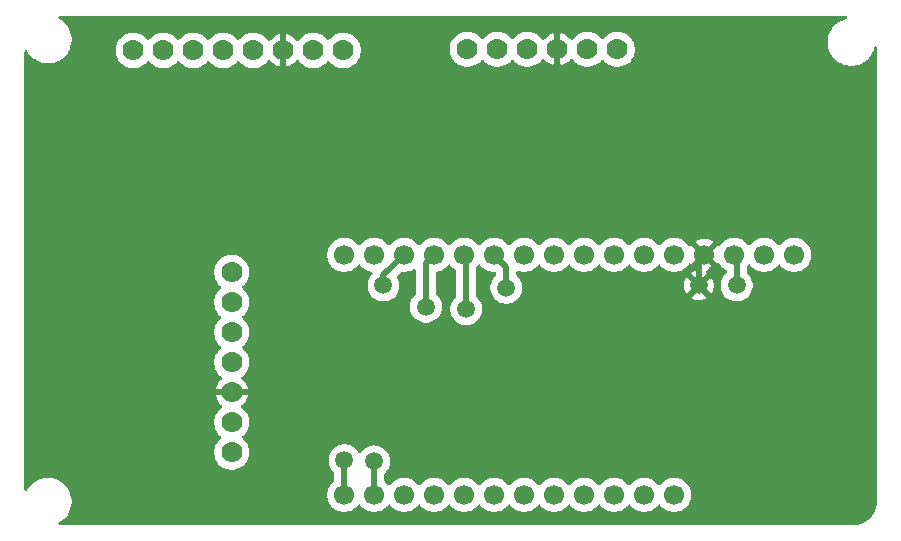
<source format=gbr>
%TF.GenerationSoftware,KiCad,Pcbnew,9.0.7*%
%TF.CreationDate,2026-02-04T09:14:49-08:00*%
%TF.ProjectId,BasicDatalogger,42617369-6344-4617-9461-6c6f67676572,rev?*%
%TF.SameCoordinates,Original*%
%TF.FileFunction,Copper,L4,Bot*%
%TF.FilePolarity,Positive*%
%FSLAX46Y46*%
G04 Gerber Fmt 4.6, Leading zero omitted, Abs format (unit mm)*
G04 Created by KiCad (PCBNEW 9.0.7) date 2026-02-04 09:14:49*
%MOMM*%
%LPD*%
G01*
G04 APERTURE LIST*
%TA.AperFunction,ComponentPad*%
%ADD10C,1.700000*%
%TD*%
%TA.AperFunction,ComponentPad*%
%ADD11C,1.778000*%
%TD*%
%TA.AperFunction,SMDPad,CuDef*%
%ADD12C,1.500000*%
%TD*%
%TA.AperFunction,ViaPad*%
%ADD13C,0.900000*%
%TD*%
%TA.AperFunction,Conductor*%
%ADD14C,0.500000*%
%TD*%
G04 APERTURE END LIST*
D10*
%TO.P,U1,1,RESET*%
%TO.N,unconnected-(U1-RESET-Pad1)*%
X139080000Y-50000000D03*
%TO.P,U1,2,3.3V*%
%TO.N,/3V3*%
X136540000Y-50000000D03*
%TO.P,U1,3,3.3V*%
X134000000Y-50000000D03*
%TO.P,U1,4,GND*%
%TO.N,/GND*%
X131460000Y-50000000D03*
%TO.P,U1,5,A0/GPIO26*%
%TO.N,unconnected-(U1-A0{slash}GPIO26-Pad5)*%
X128920000Y-50000000D03*
%TO.P,U1,6,A1/GPIO27*%
%TO.N,unconnected-(U1-A1{slash}GPIO27-Pad6)*%
X126380000Y-50000000D03*
%TO.P,U1,7,A2/GPIO28*%
%TO.N,unconnected-(U1-A2{slash}GPIO28-Pad7)*%
X123840000Y-50000000D03*
%TO.P,U1,8,A3/GPIO29*%
%TO.N,unconnected-(U1-A3{slash}GPIO29-Pad8)*%
X121300000Y-50000000D03*
%TO.P,U1,9,D24/GPIO24*%
%TO.N,unconnected-(U1-D24{slash}GPIO24-Pad9)*%
X118760000Y-50000000D03*
%TO.P,U1,10,D25/GPIO25*%
%TO.N,unconnected-(U1-D25{slash}GPIO25-Pad10)*%
X116220000Y-50000000D03*
%TO.P,U1,11,SCK/GPIO18*%
%TO.N,/SCK*%
X113680000Y-50000000D03*
%TO.P,U1,12,MOSI/GPIO19*%
%TO.N,/MOSI*%
X111140000Y-50000000D03*
%TO.P,U1,13,MISO/GPIO20*%
%TO.N,/MISO*%
X108600000Y-50000000D03*
%TO.P,U1,14,RX/CS/GPIO1*%
%TO.N,/CS*%
X106060000Y-50000000D03*
%TO.P,U1,15,TX/GPIO0*%
%TO.N,unconnected-(U1-TX{slash}GPIO0-Pad15)*%
X103520000Y-50000000D03*
%TO.P,U1,16,D4/GPIO6*%
%TO.N,unconnected-(U1-D4{slash}GPIO6-Pad16)*%
X100980000Y-50000000D03*
%TO.P,U1,17,SDA/GPIO2*%
%TO.N,/SDA*%
X100980000Y-70320000D03*
%TO.P,U1,18,SCL/GPIO3*%
%TO.N,/SCL*%
X103520000Y-70320000D03*
%TO.P,U1,19,D5/GPIO7*%
%TO.N,unconnected-(U1-D5{slash}GPIO7-Pad19)*%
X106060000Y-70320000D03*
%TO.P,U1,20,D6/GPIO8*%
%TO.N,unconnected-(U1-D6{slash}GPIO8-Pad20)*%
X108600000Y-70320000D03*
%TO.P,U1,21,D9/GPIO9*%
%TO.N,unconnected-(U1-D9{slash}GPIO9-Pad21)*%
X111140000Y-70320000D03*
%TO.P,U1,22,D10/GPIO10*%
%TO.N,unconnected-(U1-D10{slash}GPIO10-Pad22)*%
X113680000Y-70320000D03*
%TO.P,U1,23,D11/GPIO11*%
%TO.N,unconnected-(U1-D11{slash}GPIO11-Pad23)*%
X116220000Y-70320000D03*
%TO.P,U1,24,D12/GPIO12*%
%TO.N,unconnected-(U1-D12{slash}GPIO12-Pad24)*%
X118760000Y-70320000D03*
%TO.P,U1,25,D13/GPIO13*%
%TO.N,unconnected-(U1-D13{slash}GPIO13-Pad25)*%
X121300000Y-70320000D03*
%TO.P,U1,26,Vbus*%
%TO.N,unconnected-(U1-Vbus-Pad26)*%
X123840000Y-70320000D03*
%TO.P,U1,27,ENABLE*%
%TO.N,unconnected-(U1-ENABLE-Pad27)*%
X126380000Y-70320000D03*
%TO.P,U1,28,VBat*%
%TO.N,unconnected-(U1-VBat-Pad28)*%
X128920000Y-70320000D03*
%TD*%
D11*
%TO.P,U2,1,VIN*%
%TO.N,/3V3*%
X100890000Y-32700000D03*
%TO.P,U2,2,3Vo*%
%TO.N,unconnected-(U2-3Vo-Pad2)*%
X98350000Y-32700000D03*
%TO.P,U2,3,GND*%
%TO.N,/GND*%
X95810000Y-32700000D03*
%TO.P,U2,4,SCL*%
%TO.N,/SCL*%
X93270000Y-32700000D03*
%TO.P,U2,5,SDO*%
%TO.N,unconnected-(U2-SDO-Pad5)*%
X90730000Y-32700000D03*
%TO.P,U2,6,SDA*%
%TO.N,/SDA*%
X88190000Y-32700000D03*
%TO.P,U2,7,CS*%
%TO.N,unconnected-(U2-CS-Pad7)*%
X85650000Y-32700000D03*
%TO.P,U2,8,INT*%
%TO.N,unconnected-(U2-INT-Pad8)*%
X83110000Y-32700000D03*
%TD*%
%TO.P,U4,1,VIN*%
%TO.N,/3V3*%
X91450000Y-66720000D03*
%TO.P,U4,2,3V3*%
%TO.N,unconnected-(U4-3V3-Pad2)*%
X91450000Y-64180000D03*
%TO.P,U4,3,GND*%
%TO.N,/GND*%
X91450000Y-61640000D03*
%TO.P,U4,4,SCK*%
%TO.N,/SCK*%
X91450000Y-59100000D03*
%TO.P,U4,5,MISO*%
%TO.N,/MISO*%
X91450000Y-56560000D03*
%TO.P,U4,6,MOSI*%
%TO.N,/MOSI*%
X91450000Y-54020000D03*
%TO.P,U4,7,CS*%
%TO.N,/CS*%
X91450000Y-51480000D03*
%TD*%
%TO.P,U3,1,VIN*%
%TO.N,/3V3*%
X124100000Y-32600000D03*
%TO.P,U3,2,3Vo*%
%TO.N,unconnected-(U3-3Vo-Pad2)*%
X121560000Y-32600000D03*
%TO.P,U3,3,GND*%
%TO.N,/GND*%
X119020000Y-32600000D03*
%TO.P,U3,4,SCL*%
%TO.N,/SCL*%
X116480000Y-32600000D03*
%TO.P,U3,5,SDA*%
%TO.N,/SDA*%
X113940000Y-32600000D03*
%TO.P,U3,6,INT2*%
%TO.N,unconnected-(U3-INT2-Pad6)*%
X111400000Y-32600000D03*
%TD*%
D12*
%TO.P,MO,1,1*%
%TO.N,/MOSI*%
X111300000Y-54600000D03*
%TD*%
%TO.P,MI,1,1*%
%TO.N,/MISO*%
X107900000Y-54400000D03*
%TD*%
%TO.P,CS,1,1*%
%TO.N,/CS*%
X104300000Y-52600000D03*
%TD*%
%TO.P,GND,1,1*%
%TO.N,/GND*%
X131000000Y-52600000D03*
%TD*%
%TO.P,SCL,1,1*%
%TO.N,/SCL*%
X103500000Y-67500000D03*
%TD*%
%TO.P,SCK,1,1*%
%TO.N,/SCK*%
X114700000Y-52800000D03*
%TD*%
%TO.P,3V3,1,1*%
%TO.N,/3V3*%
X134200000Y-52600000D03*
%TD*%
%TO.P,SDA,1,1*%
%TO.N,/SDA*%
X101000000Y-67400000D03*
%TD*%
D13*
%TO.N,/GND*%
X132200000Y-51400000D03*
X132600000Y-48200000D03*
X109600000Y-63400000D03*
X100600000Y-63400000D03*
X119000000Y-31000000D03*
X80800000Y-34800000D03*
X109800000Y-53200000D03*
X126200000Y-60800000D03*
X132600000Y-53800000D03*
X93400000Y-61700000D03*
X80200000Y-54200000D03*
X97900000Y-53800000D03*
X79700000Y-70900000D03*
X97100000Y-49800000D03*
X88400000Y-38200000D03*
X123600000Y-45400000D03*
X89800000Y-62600000D03*
X97000000Y-70400000D03*
X95800000Y-34400000D03*
X119000000Y-34200000D03*
%TD*%
D14*
%TO.N,/CS*%
X104300000Y-51760000D02*
X106060000Y-50000000D01*
X104300000Y-52600000D02*
X104300000Y-51760000D01*
%TO.N,/3V3*%
X134200000Y-52600000D02*
X134200000Y-50200000D01*
X134200000Y-50200000D02*
X134000000Y-50000000D01*
%TO.N,/SCK*%
X114700000Y-52800000D02*
X114700000Y-51020000D01*
X114700000Y-51020000D02*
X113680000Y-50000000D01*
%TO.N,/MOSI*%
X111300000Y-50160000D02*
X111140000Y-50000000D01*
X111300000Y-54600000D02*
X111300000Y-50160000D01*
%TO.N,/SDA*%
X101000000Y-67400000D02*
X101000000Y-70300000D01*
X101000000Y-70300000D02*
X100980000Y-70320000D01*
%TO.N,/MISO*%
X107900000Y-50700000D02*
X108600000Y-50000000D01*
X107900000Y-54400000D02*
X107900000Y-50700000D01*
%TO.N,/GND*%
X131000000Y-50460000D02*
X131460000Y-50000000D01*
X131000000Y-52600000D02*
X131000000Y-50460000D01*
%TO.N,/SCL*%
X103500000Y-67500000D02*
X103500000Y-70300000D01*
X103500000Y-70300000D02*
X103520000Y-70320000D01*
%TD*%
%TA.AperFunction,Conductor*%
%TO.N,/GND*%
G36*
X143504477Y-29820185D02*
G01*
X143550232Y-29872989D01*
X143560176Y-29942147D01*
X143531151Y-30005703D01*
X143472373Y-30043477D01*
X143469565Y-30044265D01*
X143339859Y-30079020D01*
X143255581Y-30101602D01*
X143255571Y-30101605D01*
X143013309Y-30201953D01*
X143013299Y-30201958D01*
X142786196Y-30333075D01*
X142578148Y-30492718D01*
X142392718Y-30678148D01*
X142233075Y-30886196D01*
X142101958Y-31113299D01*
X142101953Y-31113309D01*
X142001605Y-31355571D01*
X142001602Y-31355581D01*
X141972586Y-31463873D01*
X141933730Y-31608885D01*
X141899500Y-31868872D01*
X141899500Y-32131127D01*
X141921721Y-32299901D01*
X141933730Y-32391116D01*
X141998831Y-32634076D01*
X142001602Y-32644418D01*
X142001605Y-32644428D01*
X142101953Y-32886690D01*
X142101958Y-32886700D01*
X142233075Y-33113803D01*
X142392718Y-33321851D01*
X142392726Y-33321860D01*
X142578140Y-33507274D01*
X142578148Y-33507281D01*
X142578149Y-33507282D01*
X142619053Y-33538669D01*
X142786196Y-33666924D01*
X143013299Y-33798041D01*
X143013309Y-33798046D01*
X143196522Y-33873935D01*
X143255581Y-33898398D01*
X143508884Y-33966270D01*
X143768880Y-34000500D01*
X143768887Y-34000500D01*
X144031113Y-34000500D01*
X144031120Y-34000500D01*
X144291116Y-33966270D01*
X144544419Y-33898398D01*
X144721340Y-33825114D01*
X144786690Y-33798046D01*
X144786691Y-33798045D01*
X144786697Y-33798043D01*
X145013803Y-33666924D01*
X145221851Y-33507282D01*
X145221855Y-33507277D01*
X145221860Y-33507274D01*
X145407274Y-33321860D01*
X145407277Y-33321855D01*
X145407282Y-33321851D01*
X145566924Y-33113803D01*
X145698043Y-32886697D01*
X145798398Y-32644419D01*
X145855725Y-32430467D01*
X145892090Y-32370808D01*
X145954937Y-32340279D01*
X146024312Y-32348574D01*
X146078190Y-32393059D01*
X146099465Y-32459611D01*
X146099500Y-32462562D01*
X146099500Y-70895933D01*
X146099235Y-70904043D01*
X146082925Y-71152883D01*
X146080807Y-71168964D01*
X146032954Y-71409535D01*
X146028756Y-71425202D01*
X145949909Y-71657479D01*
X145943702Y-71672465D01*
X145835212Y-71892460D01*
X145827102Y-71906507D01*
X145690825Y-72110460D01*
X145680951Y-72123328D01*
X145519218Y-72307749D01*
X145507749Y-72319218D01*
X145323328Y-72480951D01*
X145310460Y-72490825D01*
X145106507Y-72627102D01*
X145092460Y-72635212D01*
X144872465Y-72743702D01*
X144857479Y-72749909D01*
X144625202Y-72828756D01*
X144609535Y-72832954D01*
X144368964Y-72880807D01*
X144352883Y-72882925D01*
X144104043Y-72899235D01*
X144095933Y-72899500D01*
X76900538Y-72899500D01*
X76833499Y-72879815D01*
X76787744Y-72827011D01*
X76777800Y-72757853D01*
X76806825Y-72694297D01*
X76838538Y-72668113D01*
X77013803Y-72566924D01*
X77221851Y-72407282D01*
X77221855Y-72407277D01*
X77221860Y-72407274D01*
X77407274Y-72221860D01*
X77407277Y-72221855D01*
X77407282Y-72221851D01*
X77566924Y-72013803D01*
X77698043Y-71786697D01*
X77798398Y-71544419D01*
X77866270Y-71291116D01*
X77900500Y-71031120D01*
X77900500Y-70768880D01*
X77866270Y-70508884D01*
X77798398Y-70255581D01*
X77777793Y-70205837D01*
X99529500Y-70205837D01*
X99529500Y-70434162D01*
X99565215Y-70659660D01*
X99635770Y-70876803D01*
X99714399Y-71031120D01*
X99739421Y-71080228D01*
X99873621Y-71264937D01*
X100035063Y-71426379D01*
X100219772Y-71560579D01*
X100315884Y-71609550D01*
X100423196Y-71664229D01*
X100423198Y-71664229D01*
X100423201Y-71664231D01*
X100539592Y-71702049D01*
X100640339Y-71734784D01*
X100865838Y-71770500D01*
X100865843Y-71770500D01*
X101094162Y-71770500D01*
X101319660Y-71734784D01*
X101536799Y-71664231D01*
X101740228Y-71560579D01*
X101924937Y-71426379D01*
X102086379Y-71264937D01*
X102149682Y-71177807D01*
X102205012Y-71135143D01*
X102274626Y-71129164D01*
X102336421Y-71161770D01*
X102350315Y-71177804D01*
X102413621Y-71264937D01*
X102575063Y-71426379D01*
X102759772Y-71560579D01*
X102855884Y-71609550D01*
X102963196Y-71664229D01*
X102963198Y-71664229D01*
X102963201Y-71664231D01*
X103079592Y-71702049D01*
X103180339Y-71734784D01*
X103405838Y-71770500D01*
X103405843Y-71770500D01*
X103634162Y-71770500D01*
X103859660Y-71734784D01*
X104076799Y-71664231D01*
X104280228Y-71560579D01*
X104464937Y-71426379D01*
X104626379Y-71264937D01*
X104689682Y-71177807D01*
X104745012Y-71135143D01*
X104814626Y-71129164D01*
X104876421Y-71161770D01*
X104890315Y-71177804D01*
X104953621Y-71264937D01*
X105115063Y-71426379D01*
X105299772Y-71560579D01*
X105395884Y-71609550D01*
X105503196Y-71664229D01*
X105503198Y-71664229D01*
X105503201Y-71664231D01*
X105619592Y-71702049D01*
X105720339Y-71734784D01*
X105945838Y-71770500D01*
X105945843Y-71770500D01*
X106174162Y-71770500D01*
X106399660Y-71734784D01*
X106616799Y-71664231D01*
X106820228Y-71560579D01*
X107004937Y-71426379D01*
X107166379Y-71264937D01*
X107229682Y-71177807D01*
X107285012Y-71135143D01*
X107354626Y-71129164D01*
X107416421Y-71161770D01*
X107430315Y-71177804D01*
X107493621Y-71264937D01*
X107655063Y-71426379D01*
X107839772Y-71560579D01*
X107935884Y-71609550D01*
X108043196Y-71664229D01*
X108043198Y-71664229D01*
X108043201Y-71664231D01*
X108159592Y-71702049D01*
X108260339Y-71734784D01*
X108485838Y-71770500D01*
X108485843Y-71770500D01*
X108714162Y-71770500D01*
X108939660Y-71734784D01*
X109156799Y-71664231D01*
X109360228Y-71560579D01*
X109544937Y-71426379D01*
X109706379Y-71264937D01*
X109769682Y-71177807D01*
X109825012Y-71135143D01*
X109894626Y-71129164D01*
X109956421Y-71161770D01*
X109970315Y-71177804D01*
X110033621Y-71264937D01*
X110195063Y-71426379D01*
X110379772Y-71560579D01*
X110475884Y-71609550D01*
X110583196Y-71664229D01*
X110583198Y-71664229D01*
X110583201Y-71664231D01*
X110699592Y-71702049D01*
X110800339Y-71734784D01*
X111025838Y-71770500D01*
X111025843Y-71770500D01*
X111254162Y-71770500D01*
X111479660Y-71734784D01*
X111696799Y-71664231D01*
X111900228Y-71560579D01*
X112084937Y-71426379D01*
X112246379Y-71264937D01*
X112309682Y-71177807D01*
X112365012Y-71135143D01*
X112434626Y-71129164D01*
X112496421Y-71161770D01*
X112510315Y-71177804D01*
X112573621Y-71264937D01*
X112735063Y-71426379D01*
X112919772Y-71560579D01*
X113015884Y-71609550D01*
X113123196Y-71664229D01*
X113123198Y-71664229D01*
X113123201Y-71664231D01*
X113239592Y-71702049D01*
X113340339Y-71734784D01*
X113565838Y-71770500D01*
X113565843Y-71770500D01*
X113794162Y-71770500D01*
X114019660Y-71734784D01*
X114236799Y-71664231D01*
X114440228Y-71560579D01*
X114624937Y-71426379D01*
X114786379Y-71264937D01*
X114849682Y-71177807D01*
X114905012Y-71135143D01*
X114974626Y-71129164D01*
X115036421Y-71161770D01*
X115050315Y-71177804D01*
X115113621Y-71264937D01*
X115275063Y-71426379D01*
X115459772Y-71560579D01*
X115555884Y-71609550D01*
X115663196Y-71664229D01*
X115663198Y-71664229D01*
X115663201Y-71664231D01*
X115779592Y-71702049D01*
X115880339Y-71734784D01*
X116105838Y-71770500D01*
X116105843Y-71770500D01*
X116334162Y-71770500D01*
X116559660Y-71734784D01*
X116776799Y-71664231D01*
X116980228Y-71560579D01*
X117164937Y-71426379D01*
X117326379Y-71264937D01*
X117389682Y-71177807D01*
X117445012Y-71135143D01*
X117514626Y-71129164D01*
X117576421Y-71161770D01*
X117590315Y-71177804D01*
X117653621Y-71264937D01*
X117815063Y-71426379D01*
X117999772Y-71560579D01*
X118095884Y-71609550D01*
X118203196Y-71664229D01*
X118203198Y-71664229D01*
X118203201Y-71664231D01*
X118319592Y-71702049D01*
X118420339Y-71734784D01*
X118645838Y-71770500D01*
X118645843Y-71770500D01*
X118874162Y-71770500D01*
X119099660Y-71734784D01*
X119316799Y-71664231D01*
X119520228Y-71560579D01*
X119704937Y-71426379D01*
X119866379Y-71264937D01*
X119929682Y-71177807D01*
X119985012Y-71135143D01*
X120054626Y-71129164D01*
X120116421Y-71161770D01*
X120130315Y-71177804D01*
X120193621Y-71264937D01*
X120355063Y-71426379D01*
X120539772Y-71560579D01*
X120635884Y-71609550D01*
X120743196Y-71664229D01*
X120743198Y-71664229D01*
X120743201Y-71664231D01*
X120859592Y-71702049D01*
X120960339Y-71734784D01*
X121185838Y-71770500D01*
X121185843Y-71770500D01*
X121414162Y-71770500D01*
X121639660Y-71734784D01*
X121856799Y-71664231D01*
X122060228Y-71560579D01*
X122244937Y-71426379D01*
X122406379Y-71264937D01*
X122469682Y-71177807D01*
X122525012Y-71135143D01*
X122594626Y-71129164D01*
X122656421Y-71161770D01*
X122670315Y-71177804D01*
X122733621Y-71264937D01*
X122895063Y-71426379D01*
X123079772Y-71560579D01*
X123175884Y-71609550D01*
X123283196Y-71664229D01*
X123283198Y-71664229D01*
X123283201Y-71664231D01*
X123399592Y-71702049D01*
X123500339Y-71734784D01*
X123725838Y-71770500D01*
X123725843Y-71770500D01*
X123954162Y-71770500D01*
X124179660Y-71734784D01*
X124396799Y-71664231D01*
X124600228Y-71560579D01*
X124784937Y-71426379D01*
X124946379Y-71264937D01*
X125009682Y-71177807D01*
X125065012Y-71135143D01*
X125134626Y-71129164D01*
X125196421Y-71161770D01*
X125210315Y-71177804D01*
X125273621Y-71264937D01*
X125435063Y-71426379D01*
X125619772Y-71560579D01*
X125715884Y-71609550D01*
X125823196Y-71664229D01*
X125823198Y-71664229D01*
X125823201Y-71664231D01*
X125939592Y-71702049D01*
X126040339Y-71734784D01*
X126265838Y-71770500D01*
X126265843Y-71770500D01*
X126494162Y-71770500D01*
X126719660Y-71734784D01*
X126936799Y-71664231D01*
X127140228Y-71560579D01*
X127324937Y-71426379D01*
X127486379Y-71264937D01*
X127549682Y-71177807D01*
X127605012Y-71135143D01*
X127674626Y-71129164D01*
X127736421Y-71161770D01*
X127750315Y-71177804D01*
X127813621Y-71264937D01*
X127975063Y-71426379D01*
X128159772Y-71560579D01*
X128255884Y-71609550D01*
X128363196Y-71664229D01*
X128363198Y-71664229D01*
X128363201Y-71664231D01*
X128479592Y-71702049D01*
X128580339Y-71734784D01*
X128805838Y-71770500D01*
X128805843Y-71770500D01*
X129034162Y-71770500D01*
X129259660Y-71734784D01*
X129476799Y-71664231D01*
X129680228Y-71560579D01*
X129864937Y-71426379D01*
X130026379Y-71264937D01*
X130160579Y-71080228D01*
X130264231Y-70876799D01*
X130334784Y-70659660D01*
X130342672Y-70609860D01*
X130370500Y-70434162D01*
X130370500Y-70205837D01*
X130334784Y-69980339D01*
X130271703Y-69786197D01*
X130264231Y-69763201D01*
X130264229Y-69763198D01*
X130264229Y-69763196D01*
X130190000Y-69617514D01*
X130160579Y-69559772D01*
X130026379Y-69375063D01*
X129864937Y-69213621D01*
X129680228Y-69079421D01*
X129476803Y-68975770D01*
X129259660Y-68905215D01*
X129034162Y-68869500D01*
X129034157Y-68869500D01*
X128805843Y-68869500D01*
X128805838Y-68869500D01*
X128580339Y-68905215D01*
X128363196Y-68975770D01*
X128159771Y-69079421D01*
X127975061Y-69213622D01*
X127813623Y-69375060D01*
X127813616Y-69375069D01*
X127750317Y-69462191D01*
X127694987Y-69504857D01*
X127625373Y-69510835D01*
X127563579Y-69478228D01*
X127549683Y-69462191D01*
X127486383Y-69375069D01*
X127486379Y-69375063D01*
X127324937Y-69213621D01*
X127140228Y-69079421D01*
X126936803Y-68975770D01*
X126719660Y-68905215D01*
X126494162Y-68869500D01*
X126494157Y-68869500D01*
X126265843Y-68869500D01*
X126265838Y-68869500D01*
X126040339Y-68905215D01*
X125823196Y-68975770D01*
X125619771Y-69079421D01*
X125435061Y-69213622D01*
X125273623Y-69375060D01*
X125273616Y-69375069D01*
X125210317Y-69462191D01*
X125154987Y-69504857D01*
X125085373Y-69510835D01*
X125023579Y-69478228D01*
X125009683Y-69462191D01*
X124946383Y-69375069D01*
X124946379Y-69375063D01*
X124784937Y-69213621D01*
X124600228Y-69079421D01*
X124396803Y-68975770D01*
X124179660Y-68905215D01*
X123954162Y-68869500D01*
X123954157Y-68869500D01*
X123725843Y-68869500D01*
X123725838Y-68869500D01*
X123500339Y-68905215D01*
X123283196Y-68975770D01*
X123079771Y-69079421D01*
X122895061Y-69213622D01*
X122733623Y-69375060D01*
X122733616Y-69375069D01*
X122670317Y-69462191D01*
X122614987Y-69504857D01*
X122545373Y-69510835D01*
X122483579Y-69478228D01*
X122469683Y-69462191D01*
X122406383Y-69375069D01*
X122406379Y-69375063D01*
X122244937Y-69213621D01*
X122060228Y-69079421D01*
X121856803Y-68975770D01*
X121639660Y-68905215D01*
X121414162Y-68869500D01*
X121414157Y-68869500D01*
X121185843Y-68869500D01*
X121185838Y-68869500D01*
X120960339Y-68905215D01*
X120743196Y-68975770D01*
X120539771Y-69079421D01*
X120355061Y-69213622D01*
X120193623Y-69375060D01*
X120193616Y-69375069D01*
X120130317Y-69462191D01*
X120074987Y-69504857D01*
X120005373Y-69510835D01*
X119943579Y-69478228D01*
X119929683Y-69462191D01*
X119866383Y-69375069D01*
X119866379Y-69375063D01*
X119704937Y-69213621D01*
X119520228Y-69079421D01*
X119316803Y-68975770D01*
X119099660Y-68905215D01*
X118874162Y-68869500D01*
X118874157Y-68869500D01*
X118645843Y-68869500D01*
X118645838Y-68869500D01*
X118420339Y-68905215D01*
X118203196Y-68975770D01*
X117999771Y-69079421D01*
X117815061Y-69213622D01*
X117653623Y-69375060D01*
X117653616Y-69375069D01*
X117590317Y-69462191D01*
X117534987Y-69504857D01*
X117465373Y-69510835D01*
X117403579Y-69478228D01*
X117389683Y-69462191D01*
X117326383Y-69375069D01*
X117326379Y-69375063D01*
X117164937Y-69213621D01*
X116980228Y-69079421D01*
X116776803Y-68975770D01*
X116559660Y-68905215D01*
X116334162Y-68869500D01*
X116334157Y-68869500D01*
X116105843Y-68869500D01*
X116105838Y-68869500D01*
X115880339Y-68905215D01*
X115663196Y-68975770D01*
X115459771Y-69079421D01*
X115275061Y-69213622D01*
X115113623Y-69375060D01*
X115113616Y-69375069D01*
X115050317Y-69462191D01*
X114994987Y-69504857D01*
X114925373Y-69510835D01*
X114863579Y-69478228D01*
X114849683Y-69462191D01*
X114786383Y-69375069D01*
X114786379Y-69375063D01*
X114624937Y-69213621D01*
X114440228Y-69079421D01*
X114236803Y-68975770D01*
X114019660Y-68905215D01*
X113794162Y-68869500D01*
X113794157Y-68869500D01*
X113565843Y-68869500D01*
X113565838Y-68869500D01*
X113340339Y-68905215D01*
X113123196Y-68975770D01*
X112919771Y-69079421D01*
X112735061Y-69213622D01*
X112573623Y-69375060D01*
X112573616Y-69375069D01*
X112510317Y-69462191D01*
X112454987Y-69504857D01*
X112385373Y-69510835D01*
X112323579Y-69478228D01*
X112309683Y-69462191D01*
X112246383Y-69375069D01*
X112246379Y-69375063D01*
X112084937Y-69213621D01*
X111900228Y-69079421D01*
X111696803Y-68975770D01*
X111479660Y-68905215D01*
X111254162Y-68869500D01*
X111254157Y-68869500D01*
X111025843Y-68869500D01*
X111025838Y-68869500D01*
X110800339Y-68905215D01*
X110583196Y-68975770D01*
X110379771Y-69079421D01*
X110195061Y-69213622D01*
X110033623Y-69375060D01*
X110033616Y-69375069D01*
X109970317Y-69462191D01*
X109914987Y-69504857D01*
X109845373Y-69510835D01*
X109783579Y-69478228D01*
X109769683Y-69462191D01*
X109706383Y-69375069D01*
X109706379Y-69375063D01*
X109544937Y-69213621D01*
X109360228Y-69079421D01*
X109156803Y-68975770D01*
X108939660Y-68905215D01*
X108714162Y-68869500D01*
X108714157Y-68869500D01*
X108485843Y-68869500D01*
X108485838Y-68869500D01*
X108260339Y-68905215D01*
X108043196Y-68975770D01*
X107839771Y-69079421D01*
X107655061Y-69213622D01*
X107493623Y-69375060D01*
X107493616Y-69375069D01*
X107430317Y-69462191D01*
X107374987Y-69504857D01*
X107305373Y-69510835D01*
X107243579Y-69478228D01*
X107229683Y-69462191D01*
X107166383Y-69375069D01*
X107166379Y-69375063D01*
X107004937Y-69213621D01*
X106820228Y-69079421D01*
X106616803Y-68975770D01*
X106399660Y-68905215D01*
X106174162Y-68869500D01*
X106174157Y-68869500D01*
X105945843Y-68869500D01*
X105945838Y-68869500D01*
X105720339Y-68905215D01*
X105503196Y-68975770D01*
X105299771Y-69079421D01*
X105115061Y-69213622D01*
X104953623Y-69375060D01*
X104953616Y-69375069D01*
X104890317Y-69462191D01*
X104834987Y-69504857D01*
X104765373Y-69510835D01*
X104703579Y-69478228D01*
X104689683Y-69462191D01*
X104626383Y-69375069D01*
X104626379Y-69375063D01*
X104464937Y-69213621D01*
X104464936Y-69213620D01*
X104464928Y-69213613D01*
X104401614Y-69167612D01*
X104358948Y-69112282D01*
X104350500Y-69067295D01*
X104350500Y-68610758D01*
X104370185Y-68543719D01*
X104386819Y-68523077D01*
X104425496Y-68484400D01*
X104530104Y-68379792D01*
X104530106Y-68379788D01*
X104530109Y-68379786D01*
X104639086Y-68229789D01*
X104655051Y-68207816D01*
X104751557Y-68018412D01*
X104817246Y-67816243D01*
X104850500Y-67606287D01*
X104850500Y-67393713D01*
X104817246Y-67183757D01*
X104751557Y-66981588D01*
X104655051Y-66792184D01*
X104655049Y-66792181D01*
X104655048Y-66792179D01*
X104530109Y-66620213D01*
X104379786Y-66469890D01*
X104207820Y-66344951D01*
X104018414Y-66248444D01*
X104018413Y-66248443D01*
X104018412Y-66248443D01*
X103816243Y-66182754D01*
X103816241Y-66182753D01*
X103816240Y-66182753D01*
X103654957Y-66157208D01*
X103606287Y-66149500D01*
X103393713Y-66149500D01*
X103345042Y-66157208D01*
X103183760Y-66182753D01*
X102981585Y-66248444D01*
X102792179Y-66344951D01*
X102620213Y-66469890D01*
X102469894Y-66620209D01*
X102382216Y-66740888D01*
X102326886Y-66783553D01*
X102257272Y-66789532D01*
X102195477Y-66756926D01*
X102171413Y-66724296D01*
X102155050Y-66692182D01*
X102030109Y-66520213D01*
X101879786Y-66369890D01*
X101707820Y-66244951D01*
X101518414Y-66148444D01*
X101518413Y-66148443D01*
X101518412Y-66148443D01*
X101316243Y-66082754D01*
X101316241Y-66082753D01*
X101316240Y-66082753D01*
X101154957Y-66057208D01*
X101106287Y-66049500D01*
X100893713Y-66049500D01*
X100845042Y-66057208D01*
X100683760Y-66082753D01*
X100481585Y-66148444D01*
X100292179Y-66244951D01*
X100120213Y-66369890D01*
X99969890Y-66520213D01*
X99844951Y-66692179D01*
X99748444Y-66881585D01*
X99682753Y-67083760D01*
X99649500Y-67293713D01*
X99649500Y-67506286D01*
X99665338Y-67606287D01*
X99682754Y-67716243D01*
X99728205Y-67856127D01*
X99748444Y-67918414D01*
X99844951Y-68107820D01*
X99969890Y-68279786D01*
X100113181Y-68423077D01*
X100146666Y-68484400D01*
X100149500Y-68510758D01*
X100149500Y-69067295D01*
X100129815Y-69134334D01*
X100098386Y-69167612D01*
X100035071Y-69213613D01*
X100035063Y-69213620D01*
X99873622Y-69375061D01*
X99739421Y-69559771D01*
X99635770Y-69763196D01*
X99565215Y-69980339D01*
X99529500Y-70205837D01*
X77777793Y-70205837D01*
X77700204Y-70018520D01*
X77698046Y-70013309D01*
X77698041Y-70013299D01*
X77566924Y-69786196D01*
X77407281Y-69578148D01*
X77407274Y-69578140D01*
X77221860Y-69392726D01*
X77221851Y-69392718D01*
X77013803Y-69233075D01*
X76786700Y-69101958D01*
X76786690Y-69101953D01*
X76544428Y-69001605D01*
X76544421Y-69001603D01*
X76544419Y-69001602D01*
X76291116Y-68933730D01*
X76233339Y-68926123D01*
X76031127Y-68899500D01*
X76031120Y-68899500D01*
X75768880Y-68899500D01*
X75768872Y-68899500D01*
X75537772Y-68929926D01*
X75508884Y-68933730D01*
X75351992Y-68975769D01*
X75255581Y-69001602D01*
X75255571Y-69001605D01*
X75013309Y-69101953D01*
X75013299Y-69101958D01*
X74786196Y-69233075D01*
X74578148Y-69392718D01*
X74392718Y-69578148D01*
X74233075Y-69786196D01*
X74131887Y-69961462D01*
X74081320Y-70009677D01*
X74012713Y-70022901D01*
X73947849Y-69996933D01*
X73907320Y-69940019D01*
X73900500Y-69899462D01*
X73900500Y-51362768D01*
X89960500Y-51362768D01*
X89960500Y-51597231D01*
X89997175Y-51828792D01*
X90069627Y-52051774D01*
X90176065Y-52260668D01*
X90313873Y-52450344D01*
X90313875Y-52450346D01*
X90479656Y-52616127D01*
X90525841Y-52649683D01*
X90568506Y-52705013D01*
X90574484Y-52774627D01*
X90541877Y-52836421D01*
X90525841Y-52850317D01*
X90479656Y-52883872D01*
X90313875Y-53049653D01*
X90313875Y-53049654D01*
X90313873Y-53049656D01*
X90291947Y-53079835D01*
X90176065Y-53239331D01*
X90069627Y-53448225D01*
X89997175Y-53671207D01*
X89960500Y-53902768D01*
X89960500Y-54137231D01*
X89997175Y-54368792D01*
X90069627Y-54591774D01*
X90127975Y-54706287D01*
X90176065Y-54800668D01*
X90313873Y-54990344D01*
X90313875Y-54990346D01*
X90479656Y-55156127D01*
X90525841Y-55189683D01*
X90568506Y-55245013D01*
X90574484Y-55314627D01*
X90541877Y-55376421D01*
X90525841Y-55390317D01*
X90479656Y-55423872D01*
X90313875Y-55589653D01*
X90313875Y-55589654D01*
X90313873Y-55589656D01*
X90284486Y-55630104D01*
X90176065Y-55779331D01*
X90069627Y-55988225D01*
X89997175Y-56211207D01*
X89960500Y-56442768D01*
X89960500Y-56677231D01*
X89997175Y-56908792D01*
X90069627Y-57131774D01*
X90176065Y-57340668D01*
X90313873Y-57530344D01*
X90313875Y-57530346D01*
X90479656Y-57696127D01*
X90525841Y-57729683D01*
X90568506Y-57785013D01*
X90574484Y-57854627D01*
X90541877Y-57916421D01*
X90525841Y-57930317D01*
X90479656Y-57963872D01*
X90313875Y-58129653D01*
X90313875Y-58129654D01*
X90313873Y-58129656D01*
X90254689Y-58211114D01*
X90176065Y-58319331D01*
X90069627Y-58528225D01*
X89997175Y-58751207D01*
X89960500Y-58982768D01*
X89960500Y-59217231D01*
X89997175Y-59448792D01*
X90069627Y-59671774D01*
X90176065Y-59880668D01*
X90313873Y-60070344D01*
X90479656Y-60236127D01*
X90608595Y-60329807D01*
X90611330Y-60331794D01*
X90653995Y-60387124D01*
X90659974Y-60456738D01*
X90627368Y-60518533D01*
X90611330Y-60532430D01*
X90545128Y-60580528D01*
X90390528Y-60735128D01*
X90390524Y-60735133D01*
X90262023Y-60912001D01*
X90162762Y-61106808D01*
X90162761Y-61106811D01*
X90095201Y-61314741D01*
X90083282Y-61390000D01*
X91016988Y-61390000D01*
X90984075Y-61447007D01*
X90950000Y-61574174D01*
X90950000Y-61705826D01*
X90984075Y-61832993D01*
X91016988Y-61890000D01*
X90083282Y-61890000D01*
X90095201Y-61965258D01*
X90162761Y-62173188D01*
X90162762Y-62173191D01*
X90262023Y-62367998D01*
X90390524Y-62544866D01*
X90390528Y-62544871D01*
X90545126Y-62699469D01*
X90611329Y-62747568D01*
X90653995Y-62802898D01*
X90659974Y-62872512D01*
X90627369Y-62934307D01*
X90611330Y-62948204D01*
X90479662Y-63043868D01*
X90479653Y-63043875D01*
X90313875Y-63209653D01*
X90313875Y-63209654D01*
X90313873Y-63209656D01*
X90254689Y-63291114D01*
X90176065Y-63399331D01*
X90069627Y-63608225D01*
X89997175Y-63831207D01*
X89960500Y-64062768D01*
X89960500Y-64297231D01*
X89997175Y-64528792D01*
X90069627Y-64751774D01*
X90176065Y-64960668D01*
X90313873Y-65150344D01*
X90313875Y-65150346D01*
X90479656Y-65316127D01*
X90525841Y-65349683D01*
X90568506Y-65405013D01*
X90574484Y-65474627D01*
X90541877Y-65536421D01*
X90525841Y-65550317D01*
X90479656Y-65583872D01*
X90313875Y-65749653D01*
X90313875Y-65749654D01*
X90313873Y-65749656D01*
X90254689Y-65831114D01*
X90176065Y-65939331D01*
X90069627Y-66148225D01*
X89997175Y-66371207D01*
X89960500Y-66602768D01*
X89960500Y-66837231D01*
X89997175Y-67068792D01*
X90069627Y-67291774D01*
X90176065Y-67500668D01*
X90313873Y-67690344D01*
X90479656Y-67856127D01*
X90669332Y-67993935D01*
X90717371Y-68018412D01*
X90878225Y-68100372D01*
X90878227Y-68100372D01*
X90878230Y-68100374D01*
X90997752Y-68139209D01*
X91101207Y-68172824D01*
X91332769Y-68209500D01*
X91332774Y-68209500D01*
X91567231Y-68209500D01*
X91798792Y-68172824D01*
X91840993Y-68159112D01*
X92021770Y-68100374D01*
X92230668Y-67993935D01*
X92420344Y-67856127D01*
X92586127Y-67690344D01*
X92723935Y-67500668D01*
X92830374Y-67291770D01*
X92902824Y-67068792D01*
X92932474Y-66881588D01*
X92939500Y-66837231D01*
X92939500Y-66602768D01*
X92902824Y-66371207D01*
X92869209Y-66267752D01*
X92830374Y-66148230D01*
X92830372Y-66148227D01*
X92830372Y-66148225D01*
X92723934Y-65939331D01*
X92586127Y-65749656D01*
X92420344Y-65583873D01*
X92374158Y-65550317D01*
X92331493Y-65494989D01*
X92325514Y-65425375D01*
X92358119Y-65363580D01*
X92374158Y-65349683D01*
X92420344Y-65316127D01*
X92586127Y-65150344D01*
X92723935Y-64960668D01*
X92830374Y-64751770D01*
X92902824Y-64528792D01*
X92939500Y-64297231D01*
X92939500Y-64062768D01*
X92902824Y-63831207D01*
X92830372Y-63608225D01*
X92723934Y-63399331D01*
X92586127Y-63209656D01*
X92420344Y-63043873D01*
X92288669Y-62948205D01*
X92246004Y-62892874D01*
X92240025Y-62823261D01*
X92272631Y-62761466D01*
X92288671Y-62747568D01*
X92354869Y-62699473D01*
X92509471Y-62544871D01*
X92509475Y-62544866D01*
X92637976Y-62367998D01*
X92737237Y-62173191D01*
X92737238Y-62173188D01*
X92804798Y-61965258D01*
X92816718Y-61890000D01*
X91883012Y-61890000D01*
X91915925Y-61832993D01*
X91950000Y-61705826D01*
X91950000Y-61574174D01*
X91915925Y-61447007D01*
X91883012Y-61390000D01*
X92816718Y-61390000D01*
X92804798Y-61314741D01*
X92737238Y-61106811D01*
X92737237Y-61106808D01*
X92637976Y-60912001D01*
X92509475Y-60735133D01*
X92509471Y-60735128D01*
X92354871Y-60580528D01*
X92354866Y-60580524D01*
X92288670Y-60532430D01*
X92246004Y-60477101D01*
X92240025Y-60407487D01*
X92272630Y-60345692D01*
X92288670Y-60331794D01*
X92291150Y-60329991D01*
X92420344Y-60236127D01*
X92586127Y-60070344D01*
X92723935Y-59880668D01*
X92830374Y-59671770D01*
X92902824Y-59448792D01*
X92939500Y-59217231D01*
X92939500Y-58982768D01*
X92902824Y-58751207D01*
X92830372Y-58528225D01*
X92723934Y-58319331D01*
X92586127Y-58129656D01*
X92420344Y-57963873D01*
X92374158Y-57930317D01*
X92331493Y-57874989D01*
X92325514Y-57805375D01*
X92358119Y-57743580D01*
X92374158Y-57729683D01*
X92420344Y-57696127D01*
X92586127Y-57530344D01*
X92723935Y-57340668D01*
X92830374Y-57131770D01*
X92902824Y-56908792D01*
X92939500Y-56677231D01*
X92939500Y-56442768D01*
X92902824Y-56211207D01*
X92830372Y-55988225D01*
X92774222Y-55878027D01*
X92723935Y-55779332D01*
X92586127Y-55589656D01*
X92420344Y-55423873D01*
X92374158Y-55390317D01*
X92331493Y-55334989D01*
X92325514Y-55265375D01*
X92358119Y-55203580D01*
X92374158Y-55189683D01*
X92420344Y-55156127D01*
X92586127Y-54990344D01*
X92723935Y-54800668D01*
X92830374Y-54591770D01*
X92902824Y-54368792D01*
X92937398Y-54150500D01*
X92939500Y-54137231D01*
X92939500Y-53902768D01*
X92902824Y-53671207D01*
X92849736Y-53507820D01*
X92830374Y-53448230D01*
X92830372Y-53448227D01*
X92830372Y-53448225D01*
X92764228Y-53318412D01*
X92723935Y-53239332D01*
X92586127Y-53049656D01*
X92420344Y-52883873D01*
X92374158Y-52850317D01*
X92331493Y-52794989D01*
X92325514Y-52725375D01*
X92358119Y-52663580D01*
X92374158Y-52649683D01*
X92420344Y-52616127D01*
X92586127Y-52450344D01*
X92723935Y-52260668D01*
X92830374Y-52051770D01*
X92902824Y-51828792D01*
X92939500Y-51597231D01*
X92939500Y-51362768D01*
X92902824Y-51131207D01*
X92855363Y-50985139D01*
X92830374Y-50908230D01*
X92830372Y-50908227D01*
X92830372Y-50908225D01*
X92755721Y-50761716D01*
X92723935Y-50699332D01*
X92586127Y-50509656D01*
X92420344Y-50343873D01*
X92230668Y-50206065D01*
X92205013Y-50192993D01*
X92021774Y-50099627D01*
X91798792Y-50027175D01*
X91648956Y-50003444D01*
X91567231Y-49990500D01*
X91567226Y-49990500D01*
X91332774Y-49990500D01*
X91332769Y-49990500D01*
X91101207Y-50027175D01*
X90878225Y-50099627D01*
X90669331Y-50206065D01*
X90561114Y-50284689D01*
X90479656Y-50343873D01*
X90479654Y-50343875D01*
X90479653Y-50343875D01*
X90313875Y-50509653D01*
X90313875Y-50509654D01*
X90313873Y-50509656D01*
X90279622Y-50556799D01*
X90176065Y-50699331D01*
X90069627Y-50908225D01*
X89997175Y-51131207D01*
X89960500Y-51362768D01*
X73900500Y-51362768D01*
X73900500Y-49885837D01*
X99529500Y-49885837D01*
X99529500Y-50114162D01*
X99565215Y-50339660D01*
X99635770Y-50556803D01*
X99720795Y-50723672D01*
X99739421Y-50760228D01*
X99873621Y-50944937D01*
X100035063Y-51106379D01*
X100219772Y-51240579D01*
X100256901Y-51259497D01*
X100423196Y-51344229D01*
X100423198Y-51344229D01*
X100423201Y-51344231D01*
X100532181Y-51379641D01*
X100640339Y-51414784D01*
X100865838Y-51450500D01*
X100865843Y-51450500D01*
X101094162Y-51450500D01*
X101319660Y-51414784D01*
X101330555Y-51411244D01*
X101536799Y-51344231D01*
X101740228Y-51240579D01*
X101924937Y-51106379D01*
X102086379Y-50944937D01*
X102149682Y-50857807D01*
X102205012Y-50815143D01*
X102274626Y-50809164D01*
X102336421Y-50841770D01*
X102350315Y-50857804D01*
X102413621Y-50944937D01*
X102575063Y-51106379D01*
X102759772Y-51240579D01*
X102796901Y-51259497D01*
X102963196Y-51344229D01*
X102963198Y-51344229D01*
X102963201Y-51344231D01*
X103072181Y-51379641D01*
X103180339Y-51414784D01*
X103280947Y-51430719D01*
X103344082Y-51460648D01*
X103381013Y-51519960D01*
X103380015Y-51589823D01*
X103349231Y-51640873D01*
X103269889Y-51720215D01*
X103144951Y-51892179D01*
X103048444Y-52081585D01*
X102982753Y-52283760D01*
X102949500Y-52493713D01*
X102949500Y-52706286D01*
X102977626Y-52883870D01*
X102982754Y-52916243D01*
X103047738Y-53116243D01*
X103048444Y-53118414D01*
X103144951Y-53307820D01*
X103269890Y-53479786D01*
X103420213Y-53630109D01*
X103592179Y-53755048D01*
X103592181Y-53755049D01*
X103592184Y-53755051D01*
X103781588Y-53851557D01*
X103983757Y-53917246D01*
X104193713Y-53950500D01*
X104193714Y-53950500D01*
X104406286Y-53950500D01*
X104406287Y-53950500D01*
X104616243Y-53917246D01*
X104818412Y-53851557D01*
X105007816Y-53755051D01*
X105094346Y-53692184D01*
X105179786Y-53630109D01*
X105179788Y-53630106D01*
X105179792Y-53630104D01*
X105330104Y-53479792D01*
X105330106Y-53479788D01*
X105330109Y-53479786D01*
X105455048Y-53307820D01*
X105455047Y-53307820D01*
X105455051Y-53307816D01*
X105551557Y-53118412D01*
X105617246Y-52916243D01*
X105650500Y-52706287D01*
X105650500Y-52493713D01*
X105617246Y-52283757D01*
X105551557Y-52081588D01*
X105481890Y-51944858D01*
X105467447Y-51916512D01*
X105454551Y-51847842D01*
X105480827Y-51783102D01*
X105490242Y-51772545D01*
X105785875Y-51476912D01*
X105847196Y-51443429D01*
X105892947Y-51442122D01*
X105945843Y-51450500D01*
X105945845Y-51450500D01*
X106174162Y-51450500D01*
X106399660Y-51414784D01*
X106410555Y-51411244D01*
X106616799Y-51344231D01*
X106820228Y-51240579D01*
X106852614Y-51217048D01*
X106918418Y-51193568D01*
X106986473Y-51209392D01*
X107035168Y-51259497D01*
X107049500Y-51317366D01*
X107049500Y-53289242D01*
X107029815Y-53356281D01*
X107013181Y-53376923D01*
X106869894Y-53520209D01*
X106869890Y-53520213D01*
X106744951Y-53692179D01*
X106648444Y-53881585D01*
X106582753Y-54083760D01*
X106574285Y-54137226D01*
X106549500Y-54293713D01*
X106549500Y-54506287D01*
X106582754Y-54716243D01*
X106647738Y-54916243D01*
X106648444Y-54918414D01*
X106744951Y-55107820D01*
X106869890Y-55279786D01*
X107020213Y-55430109D01*
X107192179Y-55555048D01*
X107192181Y-55555049D01*
X107192184Y-55555051D01*
X107381588Y-55651557D01*
X107583757Y-55717246D01*
X107793713Y-55750500D01*
X107793714Y-55750500D01*
X108006286Y-55750500D01*
X108006287Y-55750500D01*
X108216243Y-55717246D01*
X108418412Y-55651557D01*
X108607816Y-55555051D01*
X108711402Y-55479792D01*
X108779786Y-55430109D01*
X108779788Y-55430106D01*
X108779792Y-55430104D01*
X108930104Y-55279792D01*
X108930106Y-55279788D01*
X108930109Y-55279786D01*
X109055048Y-55107820D01*
X109055047Y-55107820D01*
X109055051Y-55107816D01*
X109151557Y-54918412D01*
X109217246Y-54716243D01*
X109250500Y-54506287D01*
X109250500Y-54293713D01*
X109217246Y-54083757D01*
X109151557Y-53881588D01*
X109055051Y-53692184D01*
X109055049Y-53692181D01*
X109055048Y-53692179D01*
X108930109Y-53520213D01*
X108786819Y-53376923D01*
X108753334Y-53315600D01*
X108750500Y-53289242D01*
X108750500Y-51550649D01*
X108770185Y-51483610D01*
X108822989Y-51437855D01*
X108855103Y-51428176D01*
X108939660Y-51414784D01*
X109156799Y-51344231D01*
X109360228Y-51240579D01*
X109544937Y-51106379D01*
X109706379Y-50944937D01*
X109769682Y-50857807D01*
X109825012Y-50815143D01*
X109894626Y-50809164D01*
X109956421Y-50841770D01*
X109970315Y-50857804D01*
X110033621Y-50944937D01*
X110195063Y-51106379D01*
X110330593Y-51204848D01*
X110379772Y-51240579D01*
X110381786Y-51241605D01*
X110382416Y-51242199D01*
X110383924Y-51243124D01*
X110383729Y-51243440D01*
X110432586Y-51289575D01*
X110449500Y-51352094D01*
X110449500Y-53489242D01*
X110429815Y-53556281D01*
X110413181Y-53576923D01*
X110269894Y-53720209D01*
X110269890Y-53720213D01*
X110144951Y-53892179D01*
X110048444Y-54081585D01*
X109982753Y-54283760D01*
X109949500Y-54493713D01*
X109949500Y-54706287D01*
X109982754Y-54916243D01*
X110045001Y-55107820D01*
X110048444Y-55118414D01*
X110144951Y-55307820D01*
X110269890Y-55479786D01*
X110420213Y-55630109D01*
X110592179Y-55755048D01*
X110592181Y-55755049D01*
X110592184Y-55755051D01*
X110781588Y-55851557D01*
X110983757Y-55917246D01*
X111193713Y-55950500D01*
X111193714Y-55950500D01*
X111406286Y-55950500D01*
X111406287Y-55950500D01*
X111616243Y-55917246D01*
X111818412Y-55851557D01*
X112007816Y-55755051D01*
X112029789Y-55739086D01*
X112179786Y-55630109D01*
X112179788Y-55630106D01*
X112179792Y-55630104D01*
X112330104Y-55479792D01*
X112330106Y-55479788D01*
X112330109Y-55479786D01*
X112439086Y-55329789D01*
X112455051Y-55307816D01*
X112551557Y-55118412D01*
X112617246Y-54916243D01*
X112650500Y-54706287D01*
X112650500Y-54493713D01*
X112617246Y-54283757D01*
X112551557Y-54081588D01*
X112455051Y-53892184D01*
X112455049Y-53892181D01*
X112455048Y-53892179D01*
X112330109Y-53720213D01*
X112186819Y-53576923D01*
X112153334Y-53515600D01*
X112150500Y-53489242D01*
X112150500Y-51092178D01*
X112157677Y-51067735D01*
X112160902Y-51042463D01*
X112168265Y-51031676D01*
X112170185Y-51025139D01*
X112179510Y-51012473D01*
X112182988Y-51008327D01*
X112246379Y-50944937D01*
X112312227Y-50854305D01*
X112315010Y-50850989D01*
X112340637Y-50833938D01*
X112365012Y-50815143D01*
X112369461Y-50814760D01*
X112373181Y-50812286D01*
X112403966Y-50811797D01*
X112434626Y-50809164D01*
X112438575Y-50811247D01*
X112443042Y-50811177D01*
X112469197Y-50827405D01*
X112496421Y-50841770D01*
X112501156Y-50847234D01*
X112502412Y-50848014D01*
X112503119Y-50849500D01*
X112510315Y-50857804D01*
X112573621Y-50944937D01*
X112735063Y-51106379D01*
X112919772Y-51240579D01*
X112956901Y-51259497D01*
X113123196Y-51344229D01*
X113123198Y-51344229D01*
X113123201Y-51344231D01*
X113232181Y-51379641D01*
X113340339Y-51414784D01*
X113565838Y-51450500D01*
X113725500Y-51450500D01*
X113734185Y-51453050D01*
X113743147Y-51451762D01*
X113767187Y-51462740D01*
X113792539Y-51470185D01*
X113798466Y-51477025D01*
X113806703Y-51480787D01*
X113820992Y-51503021D01*
X113838294Y-51522989D01*
X113840581Y-51533503D01*
X113844477Y-51539565D01*
X113849500Y-51574500D01*
X113849500Y-51689242D01*
X113829815Y-51756281D01*
X113813181Y-51776923D01*
X113669894Y-51920209D01*
X113669890Y-51920213D01*
X113544951Y-52092179D01*
X113448444Y-52281585D01*
X113382753Y-52483760D01*
X113349500Y-52693713D01*
X113349500Y-52906286D01*
X113372207Y-53049656D01*
X113382754Y-53116243D01*
X113447529Y-53315600D01*
X113448444Y-53318414D01*
X113544951Y-53507820D01*
X113669890Y-53679786D01*
X113820213Y-53830109D01*
X113992179Y-53955048D01*
X113992181Y-53955049D01*
X113992184Y-53955051D01*
X114181588Y-54051557D01*
X114383757Y-54117246D01*
X114593713Y-54150500D01*
X114593714Y-54150500D01*
X114806286Y-54150500D01*
X114806287Y-54150500D01*
X115016243Y-54117246D01*
X115218412Y-54051557D01*
X115407816Y-53955051D01*
X115429789Y-53939086D01*
X115579786Y-53830109D01*
X115579788Y-53830106D01*
X115579792Y-53830104D01*
X115730104Y-53679792D01*
X115730106Y-53679788D01*
X115730109Y-53679786D01*
X115756344Y-53643677D01*
X130309873Y-53643677D01*
X130309873Y-53643678D01*
X130344858Y-53669096D01*
X130520164Y-53758418D01*
X130707294Y-53819221D01*
X130901618Y-53850000D01*
X131098382Y-53850000D01*
X131292705Y-53819221D01*
X131479835Y-53758418D01*
X131655143Y-53669095D01*
X131690125Y-53643678D01*
X131690126Y-53643678D01*
X131000001Y-52953553D01*
X131000000Y-52953553D01*
X130309873Y-53643677D01*
X115756344Y-53643677D01*
X115843632Y-53523534D01*
X115849396Y-53515600D01*
X115855051Y-53507816D01*
X115951557Y-53318412D01*
X116017246Y-53116243D01*
X116050500Y-52906287D01*
X116050500Y-52693713D01*
X116038212Y-52616129D01*
X116022377Y-52516149D01*
X116020075Y-52501617D01*
X129750000Y-52501617D01*
X129750000Y-52698382D01*
X129780778Y-52892705D01*
X129841581Y-53079835D01*
X129930905Y-53255145D01*
X129956319Y-53290125D01*
X129956320Y-53290125D01*
X130646446Y-52600000D01*
X130646446Y-52599999D01*
X131353553Y-52599999D01*
X131353553Y-52600000D01*
X132043678Y-53290126D01*
X132043678Y-53290125D01*
X132069095Y-53255143D01*
X132158418Y-53079835D01*
X132219221Y-52892705D01*
X132250000Y-52698382D01*
X132250000Y-52501617D01*
X132219221Y-52307294D01*
X132158418Y-52120164D01*
X132069096Y-51944858D01*
X132043678Y-51909873D01*
X132043677Y-51909873D01*
X131353553Y-52599999D01*
X130646446Y-52599999D01*
X129956320Y-51909872D01*
X129956320Y-51909873D01*
X129930902Y-51944859D01*
X129930899Y-51944863D01*
X129841582Y-52120161D01*
X129780778Y-52307294D01*
X129750000Y-52501617D01*
X116020075Y-52501617D01*
X116017246Y-52483759D01*
X116017246Y-52483757D01*
X115951557Y-52281588D01*
X115855051Y-52092184D01*
X115855049Y-52092181D01*
X115855048Y-52092179D01*
X115730109Y-51920213D01*
X115586819Y-51776923D01*
X115572115Y-51749995D01*
X115555523Y-51724177D01*
X115554631Y-51717976D01*
X115553334Y-51715600D01*
X115550500Y-51689242D01*
X115550500Y-51478283D01*
X115570185Y-51411244D01*
X115622989Y-51365489D01*
X115692147Y-51355545D01*
X115712808Y-51360349D01*
X115836804Y-51400638D01*
X115880339Y-51414784D01*
X116105838Y-51450500D01*
X116105843Y-51450500D01*
X116334162Y-51450500D01*
X116559660Y-51414784D01*
X116570555Y-51411244D01*
X116776799Y-51344231D01*
X116980228Y-51240579D01*
X117164937Y-51106379D01*
X117326379Y-50944937D01*
X117389682Y-50857807D01*
X117445012Y-50815143D01*
X117514626Y-50809164D01*
X117576421Y-50841770D01*
X117590315Y-50857804D01*
X117653621Y-50944937D01*
X117815063Y-51106379D01*
X117999772Y-51240579D01*
X118036901Y-51259497D01*
X118203196Y-51344229D01*
X118203198Y-51344229D01*
X118203201Y-51344231D01*
X118312181Y-51379641D01*
X118420339Y-51414784D01*
X118645838Y-51450500D01*
X118645843Y-51450500D01*
X118874162Y-51450500D01*
X119099660Y-51414784D01*
X119110555Y-51411244D01*
X119316799Y-51344231D01*
X119520228Y-51240579D01*
X119704937Y-51106379D01*
X119866379Y-50944937D01*
X119929682Y-50857807D01*
X119985012Y-50815143D01*
X120054626Y-50809164D01*
X120116421Y-50841770D01*
X120130315Y-50857804D01*
X120193621Y-50944937D01*
X120355063Y-51106379D01*
X120539772Y-51240579D01*
X120576901Y-51259497D01*
X120743196Y-51344229D01*
X120743198Y-51344229D01*
X120743201Y-51344231D01*
X120852181Y-51379641D01*
X120960339Y-51414784D01*
X121185838Y-51450500D01*
X121185843Y-51450500D01*
X121414162Y-51450500D01*
X121639660Y-51414784D01*
X121650555Y-51411244D01*
X121856799Y-51344231D01*
X122060228Y-51240579D01*
X122244937Y-51106379D01*
X122406379Y-50944937D01*
X122469682Y-50857807D01*
X122525012Y-50815143D01*
X122594626Y-50809164D01*
X122656421Y-50841770D01*
X122670315Y-50857804D01*
X122733621Y-50944937D01*
X122895063Y-51106379D01*
X123079772Y-51240579D01*
X123116901Y-51259497D01*
X123283196Y-51344229D01*
X123283198Y-51344229D01*
X123283201Y-51344231D01*
X123392181Y-51379641D01*
X123500339Y-51414784D01*
X123725838Y-51450500D01*
X123725843Y-51450500D01*
X123954162Y-51450500D01*
X124179660Y-51414784D01*
X124190555Y-51411244D01*
X124396799Y-51344231D01*
X124600228Y-51240579D01*
X124784937Y-51106379D01*
X124946379Y-50944937D01*
X125009682Y-50857807D01*
X125065012Y-50815143D01*
X125134626Y-50809164D01*
X125196421Y-50841770D01*
X125210315Y-50857804D01*
X125273621Y-50944937D01*
X125435063Y-51106379D01*
X125619772Y-51240579D01*
X125656901Y-51259497D01*
X125823196Y-51344229D01*
X125823198Y-51344229D01*
X125823201Y-51344231D01*
X125932181Y-51379641D01*
X126040339Y-51414784D01*
X126265838Y-51450500D01*
X126265843Y-51450500D01*
X126494162Y-51450500D01*
X126719660Y-51414784D01*
X126730555Y-51411244D01*
X126936799Y-51344231D01*
X127140228Y-51240579D01*
X127324937Y-51106379D01*
X127486379Y-50944937D01*
X127549682Y-50857807D01*
X127605012Y-50815143D01*
X127674626Y-50809164D01*
X127736421Y-50841770D01*
X127750315Y-50857804D01*
X127813621Y-50944937D01*
X127975063Y-51106379D01*
X128159772Y-51240579D01*
X128196901Y-51259497D01*
X128363196Y-51344229D01*
X128363198Y-51344229D01*
X128363201Y-51344231D01*
X128472181Y-51379641D01*
X128580339Y-51414784D01*
X128805838Y-51450500D01*
X128805843Y-51450500D01*
X129034162Y-51450500D01*
X129259660Y-51414784D01*
X129270555Y-51411244D01*
X129476799Y-51344231D01*
X129680228Y-51240579D01*
X129864937Y-51106379D01*
X130026379Y-50944937D01*
X130151796Y-50772316D01*
X130207124Y-50729653D01*
X130276738Y-50723674D01*
X130338532Y-50756280D01*
X130343134Y-50761591D01*
X130344728Y-50761716D01*
X130977037Y-50129408D01*
X130994075Y-50192993D01*
X131059901Y-50307007D01*
X131152993Y-50400099D01*
X131267007Y-50465925D01*
X131330590Y-50482962D01*
X130698282Y-51115269D01*
X130698282Y-51115270D01*
X130756388Y-51157486D01*
X130755270Y-51159023D01*
X130796722Y-51204848D01*
X130808140Y-51273778D01*
X130780478Y-51337939D01*
X130722519Y-51376959D01*
X130711985Y-51379449D01*
X130712031Y-51379641D01*
X130707294Y-51380778D01*
X130520161Y-51441582D01*
X130344863Y-51530899D01*
X130344859Y-51530902D01*
X130309873Y-51556320D01*
X130309872Y-51556320D01*
X131000000Y-52246446D01*
X131000001Y-52246446D01*
X131690125Y-51556320D01*
X131690125Y-51556319D01*
X131676994Y-51546779D01*
X131634327Y-51491450D01*
X131628347Y-51421836D01*
X131660953Y-51360041D01*
X131721791Y-51325683D01*
X131730482Y-51323986D01*
X131776133Y-51316756D01*
X131978217Y-51251095D01*
X132167554Y-51154622D01*
X132221716Y-51115270D01*
X132221717Y-51115270D01*
X131589408Y-50482962D01*
X131652993Y-50465925D01*
X131767007Y-50400099D01*
X131860099Y-50307007D01*
X131925925Y-50192993D01*
X131942962Y-50129409D01*
X132575270Y-50761717D01*
X132582002Y-50761187D01*
X132622896Y-50729653D01*
X132692509Y-50723672D01*
X132754305Y-50756277D01*
X132768204Y-50772317D01*
X132799319Y-50815143D01*
X132893621Y-50944937D01*
X133055063Y-51106379D01*
X133127521Y-51159023D01*
X133239773Y-51240580D01*
X133281794Y-51261990D01*
X133292858Y-51272439D01*
X133306703Y-51278762D01*
X133317743Y-51295941D01*
X133332590Y-51309963D01*
X133336831Y-51325643D01*
X133344477Y-51337540D01*
X133349500Y-51372475D01*
X133349500Y-51489242D01*
X133329815Y-51556281D01*
X133313181Y-51576923D01*
X133169894Y-51720209D01*
X133169890Y-51720213D01*
X133044951Y-51892179D01*
X132948444Y-52081585D01*
X132882753Y-52283760D01*
X132849500Y-52493713D01*
X132849500Y-52706286D01*
X132877626Y-52883870D01*
X132882754Y-52916243D01*
X132947738Y-53116243D01*
X132948444Y-53118414D01*
X133044951Y-53307820D01*
X133169890Y-53479786D01*
X133320213Y-53630109D01*
X133492179Y-53755048D01*
X133492181Y-53755049D01*
X133492184Y-53755051D01*
X133681588Y-53851557D01*
X133883757Y-53917246D01*
X134093713Y-53950500D01*
X134093714Y-53950500D01*
X134306286Y-53950500D01*
X134306287Y-53950500D01*
X134516243Y-53917246D01*
X134718412Y-53851557D01*
X134907816Y-53755051D01*
X134994346Y-53692184D01*
X135079786Y-53630109D01*
X135079788Y-53630106D01*
X135079792Y-53630104D01*
X135230104Y-53479792D01*
X135230106Y-53479788D01*
X135230109Y-53479786D01*
X135355048Y-53307820D01*
X135355047Y-53307820D01*
X135355051Y-53307816D01*
X135451557Y-53118412D01*
X135517246Y-52916243D01*
X135550500Y-52706287D01*
X135550500Y-52493713D01*
X135517246Y-52283757D01*
X135451557Y-52081588D01*
X135355051Y-51892184D01*
X135355049Y-51892181D01*
X135355048Y-51892179D01*
X135230109Y-51720213D01*
X135086819Y-51576923D01*
X135053334Y-51515600D01*
X135050500Y-51489242D01*
X135050500Y-51052178D01*
X135057138Y-51029570D01*
X135059374Y-51006113D01*
X135067760Y-50993396D01*
X135070185Y-50985139D01*
X135077015Y-50975544D01*
X135081583Y-50969732D01*
X135106379Y-50944937D01*
X135171070Y-50855897D01*
X135172515Y-50854060D01*
X135199137Y-50835094D01*
X135225012Y-50815143D01*
X135227437Y-50814934D01*
X135229422Y-50813521D01*
X135262075Y-50811959D01*
X135294626Y-50809164D01*
X135296779Y-50810300D01*
X135299212Y-50810184D01*
X135327510Y-50826515D01*
X135356421Y-50841770D01*
X135358899Y-50844630D01*
X135359727Y-50845108D01*
X135360335Y-50846287D01*
X135370315Y-50857804D01*
X135433621Y-50944937D01*
X135595063Y-51106379D01*
X135779772Y-51240579D01*
X135816901Y-51259497D01*
X135983196Y-51344229D01*
X135983198Y-51344229D01*
X135983201Y-51344231D01*
X136092181Y-51379641D01*
X136200339Y-51414784D01*
X136425838Y-51450500D01*
X136425843Y-51450500D01*
X136654162Y-51450500D01*
X136879660Y-51414784D01*
X136890555Y-51411244D01*
X137096799Y-51344231D01*
X137300228Y-51240579D01*
X137484937Y-51106379D01*
X137646379Y-50944937D01*
X137709682Y-50857807D01*
X137765012Y-50815143D01*
X137834626Y-50809164D01*
X137896421Y-50841770D01*
X137910315Y-50857804D01*
X137973621Y-50944937D01*
X138135063Y-51106379D01*
X138319772Y-51240579D01*
X138356901Y-51259497D01*
X138523196Y-51344229D01*
X138523198Y-51344229D01*
X138523201Y-51344231D01*
X138632181Y-51379641D01*
X138740339Y-51414784D01*
X138965838Y-51450500D01*
X138965843Y-51450500D01*
X139194162Y-51450500D01*
X139419660Y-51414784D01*
X139430555Y-51411244D01*
X139636799Y-51344231D01*
X139840228Y-51240579D01*
X140024937Y-51106379D01*
X140186379Y-50944937D01*
X140320579Y-50760228D01*
X140424231Y-50556799D01*
X140494784Y-50339660D01*
X140499956Y-50307007D01*
X140530500Y-50114162D01*
X140530500Y-49885837D01*
X140494784Y-49660339D01*
X140424229Y-49443196D01*
X140339203Y-49276324D01*
X140320579Y-49239772D01*
X140186379Y-49055063D01*
X140024937Y-48893621D01*
X139840228Y-48759421D01*
X139819587Y-48748904D01*
X139636803Y-48655770D01*
X139419660Y-48585215D01*
X139194162Y-48549500D01*
X139194157Y-48549500D01*
X138965843Y-48549500D01*
X138965838Y-48549500D01*
X138740339Y-48585215D01*
X138523196Y-48655770D01*
X138319771Y-48759421D01*
X138135061Y-48893622D01*
X137973623Y-49055060D01*
X137973616Y-49055069D01*
X137910317Y-49142191D01*
X137854987Y-49184857D01*
X137785373Y-49190835D01*
X137723579Y-49158228D01*
X137709683Y-49142191D01*
X137646383Y-49055069D01*
X137646379Y-49055063D01*
X137484937Y-48893621D01*
X137300228Y-48759421D01*
X137279587Y-48748904D01*
X137096803Y-48655770D01*
X136879660Y-48585215D01*
X136654162Y-48549500D01*
X136654157Y-48549500D01*
X136425843Y-48549500D01*
X136425838Y-48549500D01*
X136200339Y-48585215D01*
X135983196Y-48655770D01*
X135779771Y-48759421D01*
X135595061Y-48893622D01*
X135433623Y-49055060D01*
X135433616Y-49055069D01*
X135370317Y-49142191D01*
X135314987Y-49184857D01*
X135245373Y-49190835D01*
X135183579Y-49158228D01*
X135169683Y-49142191D01*
X135106383Y-49055069D01*
X135106379Y-49055063D01*
X134944937Y-48893621D01*
X134760228Y-48759421D01*
X134739587Y-48748904D01*
X134556803Y-48655770D01*
X134339660Y-48585215D01*
X134114162Y-48549500D01*
X134114157Y-48549500D01*
X133885843Y-48549500D01*
X133885838Y-48549500D01*
X133660339Y-48585215D01*
X133443196Y-48655770D01*
X133239771Y-48759421D01*
X133055061Y-48893622D01*
X132893622Y-49055061D01*
X132768205Y-49227682D01*
X132712874Y-49270347D01*
X132643261Y-49276326D01*
X132581466Y-49243720D01*
X132576862Y-49238407D01*
X132575269Y-49238282D01*
X131942962Y-49870590D01*
X131925925Y-49807007D01*
X131860099Y-49692993D01*
X131767007Y-49599901D01*
X131652993Y-49534075D01*
X131589409Y-49517037D01*
X132221716Y-48884728D01*
X132167550Y-48845375D01*
X131978217Y-48748904D01*
X131776129Y-48683242D01*
X131566246Y-48650000D01*
X131353754Y-48650000D01*
X131143872Y-48683242D01*
X131143869Y-48683242D01*
X130941782Y-48748904D01*
X130752439Y-48845380D01*
X130698282Y-48884727D01*
X130698282Y-48884728D01*
X131330591Y-49517037D01*
X131267007Y-49534075D01*
X131152993Y-49599901D01*
X131059901Y-49692993D01*
X130994075Y-49807007D01*
X130977037Y-49870591D01*
X130344728Y-49238282D01*
X130337992Y-49238812D01*
X130297100Y-49270345D01*
X130227487Y-49276324D01*
X130165692Y-49243718D01*
X130151794Y-49227680D01*
X130026383Y-49055069D01*
X130026379Y-49055063D01*
X129864937Y-48893621D01*
X129680228Y-48759421D01*
X129659587Y-48748904D01*
X129476803Y-48655770D01*
X129259660Y-48585215D01*
X129034162Y-48549500D01*
X129034157Y-48549500D01*
X128805843Y-48549500D01*
X128805838Y-48549500D01*
X128580339Y-48585215D01*
X128363196Y-48655770D01*
X128159771Y-48759421D01*
X127975061Y-48893622D01*
X127813623Y-49055060D01*
X127813616Y-49055069D01*
X127750317Y-49142191D01*
X127694987Y-49184857D01*
X127625373Y-49190835D01*
X127563579Y-49158228D01*
X127549683Y-49142191D01*
X127486383Y-49055069D01*
X127486379Y-49055063D01*
X127324937Y-48893621D01*
X127140228Y-48759421D01*
X127119587Y-48748904D01*
X126936803Y-48655770D01*
X126719660Y-48585215D01*
X126494162Y-48549500D01*
X126494157Y-48549500D01*
X126265843Y-48549500D01*
X126265838Y-48549500D01*
X126040339Y-48585215D01*
X125823196Y-48655770D01*
X125619771Y-48759421D01*
X125435061Y-48893622D01*
X125273623Y-49055060D01*
X125273616Y-49055069D01*
X125210317Y-49142191D01*
X125154987Y-49184857D01*
X125085373Y-49190835D01*
X125023579Y-49158228D01*
X125009683Y-49142191D01*
X124946383Y-49055069D01*
X124946379Y-49055063D01*
X124784937Y-48893621D01*
X124600228Y-48759421D01*
X124579587Y-48748904D01*
X124396803Y-48655770D01*
X124179660Y-48585215D01*
X123954162Y-48549500D01*
X123954157Y-48549500D01*
X123725843Y-48549500D01*
X123725838Y-48549500D01*
X123500339Y-48585215D01*
X123283196Y-48655770D01*
X123079771Y-48759421D01*
X122895061Y-48893622D01*
X122733623Y-49055060D01*
X122733616Y-49055069D01*
X122670317Y-49142191D01*
X122614987Y-49184857D01*
X122545373Y-49190835D01*
X122483579Y-49158228D01*
X122469683Y-49142191D01*
X122406383Y-49055069D01*
X122406379Y-49055063D01*
X122244937Y-48893621D01*
X122060228Y-48759421D01*
X122039587Y-48748904D01*
X121856803Y-48655770D01*
X121639660Y-48585215D01*
X121414162Y-48549500D01*
X121414157Y-48549500D01*
X121185843Y-48549500D01*
X121185838Y-48549500D01*
X120960339Y-48585215D01*
X120743196Y-48655770D01*
X120539771Y-48759421D01*
X120355061Y-48893622D01*
X120193623Y-49055060D01*
X120193616Y-49055069D01*
X120130317Y-49142191D01*
X120074987Y-49184857D01*
X120005373Y-49190835D01*
X119943579Y-49158228D01*
X119929683Y-49142191D01*
X119866383Y-49055069D01*
X119866379Y-49055063D01*
X119704937Y-48893621D01*
X119520228Y-48759421D01*
X119499587Y-48748904D01*
X119316803Y-48655770D01*
X119099660Y-48585215D01*
X118874162Y-48549500D01*
X118874157Y-48549500D01*
X118645843Y-48549500D01*
X118645838Y-48549500D01*
X118420339Y-48585215D01*
X118203196Y-48655770D01*
X117999771Y-48759421D01*
X117815061Y-48893622D01*
X117653623Y-49055060D01*
X117653616Y-49055069D01*
X117590317Y-49142191D01*
X117534987Y-49184857D01*
X117465373Y-49190835D01*
X117403579Y-49158228D01*
X117389683Y-49142191D01*
X117326383Y-49055069D01*
X117326379Y-49055063D01*
X117164937Y-48893621D01*
X116980228Y-48759421D01*
X116959587Y-48748904D01*
X116776803Y-48655770D01*
X116559660Y-48585215D01*
X116334162Y-48549500D01*
X116334157Y-48549500D01*
X116105843Y-48549500D01*
X116105838Y-48549500D01*
X115880339Y-48585215D01*
X115663196Y-48655770D01*
X115459771Y-48759421D01*
X115275061Y-48893622D01*
X115113623Y-49055060D01*
X115113616Y-49055069D01*
X115050317Y-49142191D01*
X114994987Y-49184857D01*
X114925373Y-49190835D01*
X114863579Y-49158228D01*
X114849683Y-49142191D01*
X114786383Y-49055069D01*
X114786379Y-49055063D01*
X114624937Y-48893621D01*
X114440228Y-48759421D01*
X114419587Y-48748904D01*
X114236803Y-48655770D01*
X114019660Y-48585215D01*
X113794162Y-48549500D01*
X113794157Y-48549500D01*
X113565843Y-48549500D01*
X113565838Y-48549500D01*
X113340339Y-48585215D01*
X113123196Y-48655770D01*
X112919771Y-48759421D01*
X112735061Y-48893622D01*
X112573623Y-49055060D01*
X112573616Y-49055069D01*
X112510317Y-49142191D01*
X112454987Y-49184857D01*
X112385373Y-49190835D01*
X112323579Y-49158228D01*
X112309683Y-49142191D01*
X112246383Y-49055069D01*
X112246379Y-49055063D01*
X112084937Y-48893621D01*
X111900228Y-48759421D01*
X111879587Y-48748904D01*
X111696803Y-48655770D01*
X111479660Y-48585215D01*
X111254162Y-48549500D01*
X111254157Y-48549500D01*
X111025843Y-48549500D01*
X111025838Y-48549500D01*
X110800339Y-48585215D01*
X110583196Y-48655770D01*
X110379771Y-48759421D01*
X110195061Y-48893622D01*
X110033623Y-49055060D01*
X110033616Y-49055069D01*
X109970317Y-49142191D01*
X109914987Y-49184857D01*
X109845373Y-49190835D01*
X109783579Y-49158228D01*
X109769683Y-49142191D01*
X109706383Y-49055069D01*
X109706379Y-49055063D01*
X109544937Y-48893621D01*
X109360228Y-48759421D01*
X109339587Y-48748904D01*
X109156803Y-48655770D01*
X108939660Y-48585215D01*
X108714162Y-48549500D01*
X108714157Y-48549500D01*
X108485843Y-48549500D01*
X108485838Y-48549500D01*
X108260339Y-48585215D01*
X108043196Y-48655770D01*
X107839771Y-48759421D01*
X107655061Y-48893622D01*
X107493623Y-49055060D01*
X107493616Y-49055069D01*
X107430317Y-49142191D01*
X107374987Y-49184857D01*
X107305373Y-49190835D01*
X107243579Y-49158228D01*
X107229683Y-49142191D01*
X107166383Y-49055069D01*
X107166379Y-49055063D01*
X107004937Y-48893621D01*
X106820228Y-48759421D01*
X106799587Y-48748904D01*
X106616803Y-48655770D01*
X106399660Y-48585215D01*
X106174162Y-48549500D01*
X106174157Y-48549500D01*
X105945843Y-48549500D01*
X105945838Y-48549500D01*
X105720339Y-48585215D01*
X105503196Y-48655770D01*
X105299771Y-48759421D01*
X105115061Y-48893622D01*
X104953623Y-49055060D01*
X104953616Y-49055069D01*
X104890317Y-49142191D01*
X104834987Y-49184857D01*
X104765373Y-49190835D01*
X104703579Y-49158228D01*
X104689683Y-49142191D01*
X104626383Y-49055069D01*
X104626379Y-49055063D01*
X104464937Y-48893621D01*
X104280228Y-48759421D01*
X104259587Y-48748904D01*
X104076803Y-48655770D01*
X103859660Y-48585215D01*
X103634162Y-48549500D01*
X103634157Y-48549500D01*
X103405843Y-48549500D01*
X103405838Y-48549500D01*
X103180339Y-48585215D01*
X102963196Y-48655770D01*
X102759771Y-48759421D01*
X102575061Y-48893622D01*
X102413623Y-49055060D01*
X102413616Y-49055069D01*
X102350317Y-49142191D01*
X102294987Y-49184857D01*
X102225373Y-49190835D01*
X102163579Y-49158228D01*
X102149683Y-49142191D01*
X102086383Y-49055069D01*
X102086379Y-49055063D01*
X101924937Y-48893621D01*
X101740228Y-48759421D01*
X101719587Y-48748904D01*
X101536803Y-48655770D01*
X101319660Y-48585215D01*
X101094162Y-48549500D01*
X101094157Y-48549500D01*
X100865843Y-48549500D01*
X100865838Y-48549500D01*
X100640339Y-48585215D01*
X100423196Y-48655770D01*
X100219771Y-48759421D01*
X100035061Y-48893622D01*
X99873622Y-49055061D01*
X99739421Y-49239771D01*
X99635770Y-49443196D01*
X99565215Y-49660339D01*
X99529500Y-49885837D01*
X73900500Y-49885837D01*
X73900500Y-32800537D01*
X73920185Y-32733498D01*
X73972989Y-32687743D01*
X74042147Y-32677799D01*
X74105703Y-32706824D01*
X74131887Y-32738538D01*
X74233072Y-32913798D01*
X74233074Y-32913802D01*
X74392718Y-33121851D01*
X74392726Y-33121860D01*
X74578140Y-33307274D01*
X74578148Y-33307281D01*
X74786196Y-33466924D01*
X75013299Y-33598041D01*
X75013309Y-33598046D01*
X75255571Y-33698394D01*
X75255581Y-33698398D01*
X75508884Y-33766270D01*
X75768880Y-33800500D01*
X75768887Y-33800500D01*
X76031113Y-33800500D01*
X76031120Y-33800500D01*
X76291116Y-33766270D01*
X76544419Y-33698398D01*
X76723648Y-33624159D01*
X76786690Y-33598046D01*
X76786691Y-33598045D01*
X76786697Y-33598043D01*
X77013803Y-33466924D01*
X77221851Y-33307282D01*
X77221855Y-33307277D01*
X77221860Y-33307274D01*
X77407274Y-33121860D01*
X77407277Y-33121855D01*
X77407282Y-33121851D01*
X77566924Y-32913803D01*
X77698043Y-32686697D01*
X77741092Y-32582768D01*
X81620500Y-32582768D01*
X81620500Y-32817231D01*
X81657175Y-33048792D01*
X81729627Y-33271774D01*
X81814665Y-33438669D01*
X81836065Y-33480668D01*
X81973873Y-33670344D01*
X82139656Y-33836127D01*
X82329332Y-33973935D01*
X82355439Y-33987237D01*
X82538225Y-34080372D01*
X82538227Y-34080372D01*
X82538230Y-34080374D01*
X82657752Y-34119209D01*
X82761207Y-34152824D01*
X82992769Y-34189500D01*
X82992774Y-34189500D01*
X83227231Y-34189500D01*
X83458792Y-34152824D01*
X83681770Y-34080374D01*
X83890668Y-33973935D01*
X84080344Y-33836127D01*
X84246127Y-33670344D01*
X84279682Y-33624158D01*
X84335011Y-33581493D01*
X84404625Y-33575514D01*
X84466420Y-33608119D01*
X84480315Y-33624155D01*
X84513873Y-33670344D01*
X84679656Y-33836127D01*
X84869332Y-33973935D01*
X84895439Y-33987237D01*
X85078225Y-34080372D01*
X85078227Y-34080372D01*
X85078230Y-34080374D01*
X85197752Y-34119209D01*
X85301207Y-34152824D01*
X85532769Y-34189500D01*
X85532774Y-34189500D01*
X85767231Y-34189500D01*
X85998792Y-34152824D01*
X86221770Y-34080374D01*
X86430668Y-33973935D01*
X86620344Y-33836127D01*
X86786127Y-33670344D01*
X86819682Y-33624158D01*
X86875011Y-33581493D01*
X86944625Y-33575514D01*
X87006420Y-33608119D01*
X87020315Y-33624155D01*
X87053873Y-33670344D01*
X87219656Y-33836127D01*
X87409332Y-33973935D01*
X87435439Y-33987237D01*
X87618225Y-34080372D01*
X87618227Y-34080372D01*
X87618230Y-34080374D01*
X87737752Y-34119209D01*
X87841207Y-34152824D01*
X88072769Y-34189500D01*
X88072774Y-34189500D01*
X88307231Y-34189500D01*
X88538792Y-34152824D01*
X88761770Y-34080374D01*
X88970668Y-33973935D01*
X89160344Y-33836127D01*
X89326127Y-33670344D01*
X89359682Y-33624158D01*
X89415011Y-33581493D01*
X89484625Y-33575514D01*
X89546420Y-33608119D01*
X89560315Y-33624155D01*
X89593873Y-33670344D01*
X89759656Y-33836127D01*
X89949332Y-33973935D01*
X89975439Y-33987237D01*
X90158225Y-34080372D01*
X90158227Y-34080372D01*
X90158230Y-34080374D01*
X90277752Y-34119209D01*
X90381207Y-34152824D01*
X90612769Y-34189500D01*
X90612774Y-34189500D01*
X90847231Y-34189500D01*
X91078792Y-34152824D01*
X91301770Y-34080374D01*
X91510668Y-33973935D01*
X91700344Y-33836127D01*
X91866127Y-33670344D01*
X91899682Y-33624158D01*
X91955011Y-33581493D01*
X92024625Y-33575514D01*
X92086420Y-33608119D01*
X92100315Y-33624155D01*
X92133873Y-33670344D01*
X92299656Y-33836127D01*
X92489332Y-33973935D01*
X92515439Y-33987237D01*
X92698225Y-34080372D01*
X92698227Y-34080372D01*
X92698230Y-34080374D01*
X92817752Y-34119209D01*
X92921207Y-34152824D01*
X93152769Y-34189500D01*
X93152774Y-34189500D01*
X93387231Y-34189500D01*
X93618792Y-34152824D01*
X93841770Y-34080374D01*
X94050668Y-33973935D01*
X94240344Y-33836127D01*
X94406127Y-33670344D01*
X94501795Y-33538669D01*
X94557124Y-33496004D01*
X94626737Y-33490025D01*
X94688532Y-33522631D01*
X94702430Y-33538670D01*
X94750524Y-33604866D01*
X94750528Y-33604871D01*
X94905128Y-33759471D01*
X94905133Y-33759475D01*
X95082001Y-33887976D01*
X95276808Y-33987237D01*
X95276811Y-33987238D01*
X95484739Y-34054797D01*
X95559999Y-34066717D01*
X95560000Y-34066717D01*
X95560000Y-33133012D01*
X95617007Y-33165925D01*
X95744174Y-33200000D01*
X95875826Y-33200000D01*
X96002993Y-33165925D01*
X96060000Y-33133012D01*
X96060000Y-34066717D01*
X96135258Y-34054797D01*
X96135261Y-34054797D01*
X96343188Y-33987238D01*
X96343191Y-33987237D01*
X96537998Y-33887976D01*
X96714866Y-33759475D01*
X96714871Y-33759471D01*
X96869473Y-33604869D01*
X96917568Y-33538671D01*
X96972897Y-33496004D01*
X97042511Y-33490024D01*
X97104306Y-33522630D01*
X97118205Y-33538669D01*
X97141219Y-33570345D01*
X97213873Y-33670344D01*
X97379656Y-33836127D01*
X97569332Y-33973935D01*
X97595439Y-33987237D01*
X97778225Y-34080372D01*
X97778227Y-34080372D01*
X97778230Y-34080374D01*
X97897752Y-34119209D01*
X98001207Y-34152824D01*
X98232769Y-34189500D01*
X98232774Y-34189500D01*
X98467231Y-34189500D01*
X98698792Y-34152824D01*
X98921770Y-34080374D01*
X99130668Y-33973935D01*
X99320344Y-33836127D01*
X99486127Y-33670344D01*
X99519682Y-33624158D01*
X99575011Y-33581493D01*
X99644625Y-33575514D01*
X99706420Y-33608119D01*
X99720315Y-33624155D01*
X99753873Y-33670344D01*
X99919656Y-33836127D01*
X100109332Y-33973935D01*
X100135439Y-33987237D01*
X100318225Y-34080372D01*
X100318227Y-34080372D01*
X100318230Y-34080374D01*
X100437752Y-34119209D01*
X100541207Y-34152824D01*
X100772769Y-34189500D01*
X100772774Y-34189500D01*
X101007231Y-34189500D01*
X101238792Y-34152824D01*
X101461770Y-34080374D01*
X101670668Y-33973935D01*
X101860344Y-33836127D01*
X102026127Y-33670344D01*
X102163935Y-33480668D01*
X102270374Y-33271770D01*
X102342824Y-33048792D01*
X102351393Y-32994687D01*
X102379500Y-32817231D01*
X102379500Y-32582768D01*
X102365963Y-32497300D01*
X102363661Y-32482768D01*
X109910500Y-32482768D01*
X109910500Y-32717231D01*
X109947175Y-32948792D01*
X110019627Y-33171774D01*
X110126065Y-33380668D01*
X110263873Y-33570344D01*
X110429656Y-33736127D01*
X110619332Y-33873935D01*
X110718027Y-33924222D01*
X110828225Y-33980372D01*
X110828227Y-33980372D01*
X110828230Y-33980374D01*
X110947752Y-34019209D01*
X111051207Y-34052824D01*
X111282769Y-34089500D01*
X111282774Y-34089500D01*
X111517231Y-34089500D01*
X111748792Y-34052824D01*
X111971770Y-33980374D01*
X112180668Y-33873935D01*
X112370344Y-33736127D01*
X112536127Y-33570344D01*
X112569682Y-33524158D01*
X112625011Y-33481493D01*
X112694625Y-33475514D01*
X112756420Y-33508119D01*
X112770315Y-33524155D01*
X112803873Y-33570344D01*
X112969656Y-33736127D01*
X113159332Y-33873935D01*
X113258027Y-33924222D01*
X113368225Y-33980372D01*
X113368227Y-33980372D01*
X113368230Y-33980374D01*
X113487752Y-34019209D01*
X113591207Y-34052824D01*
X113822769Y-34089500D01*
X113822774Y-34089500D01*
X114057231Y-34089500D01*
X114288792Y-34052824D01*
X114511770Y-33980374D01*
X114720668Y-33873935D01*
X114910344Y-33736127D01*
X115076127Y-33570344D01*
X115109682Y-33524158D01*
X115165011Y-33481493D01*
X115234625Y-33475514D01*
X115296420Y-33508119D01*
X115310315Y-33524155D01*
X115343873Y-33570344D01*
X115509656Y-33736127D01*
X115699332Y-33873935D01*
X115798027Y-33924222D01*
X115908225Y-33980372D01*
X115908227Y-33980372D01*
X115908230Y-33980374D01*
X116027752Y-34019209D01*
X116131207Y-34052824D01*
X116362769Y-34089500D01*
X116362774Y-34089500D01*
X116597231Y-34089500D01*
X116828792Y-34052824D01*
X117051770Y-33980374D01*
X117260668Y-33873935D01*
X117450344Y-33736127D01*
X117616127Y-33570344D01*
X117711795Y-33438669D01*
X117767124Y-33396004D01*
X117836737Y-33390025D01*
X117898532Y-33422631D01*
X117912430Y-33438670D01*
X117960524Y-33504866D01*
X117960528Y-33504871D01*
X118115128Y-33659471D01*
X118115133Y-33659475D01*
X118292001Y-33787976D01*
X118486808Y-33887237D01*
X118486811Y-33887238D01*
X118694739Y-33954797D01*
X118769999Y-33966717D01*
X118770000Y-33966717D01*
X118770000Y-33033012D01*
X118827007Y-33065925D01*
X118954174Y-33100000D01*
X119085826Y-33100000D01*
X119212993Y-33065925D01*
X119270000Y-33033012D01*
X119270000Y-33966717D01*
X119345258Y-33954797D01*
X119345261Y-33954797D01*
X119553188Y-33887238D01*
X119553191Y-33887237D01*
X119747998Y-33787976D01*
X119924866Y-33659475D01*
X119924871Y-33659471D01*
X120079473Y-33504869D01*
X120127568Y-33438671D01*
X120182897Y-33396004D01*
X120252511Y-33390024D01*
X120314306Y-33422630D01*
X120328205Y-33438669D01*
X120348734Y-33466924D01*
X120423873Y-33570344D01*
X120589656Y-33736127D01*
X120779332Y-33873935D01*
X120878027Y-33924222D01*
X120988225Y-33980372D01*
X120988227Y-33980372D01*
X120988230Y-33980374D01*
X121107752Y-34019209D01*
X121211207Y-34052824D01*
X121442769Y-34089500D01*
X121442774Y-34089500D01*
X121677231Y-34089500D01*
X121908792Y-34052824D01*
X122131770Y-33980374D01*
X122340668Y-33873935D01*
X122530344Y-33736127D01*
X122696127Y-33570344D01*
X122729682Y-33524158D01*
X122785011Y-33481493D01*
X122854625Y-33475514D01*
X122916420Y-33508119D01*
X122930315Y-33524155D01*
X122963873Y-33570344D01*
X123129656Y-33736127D01*
X123319332Y-33873935D01*
X123418027Y-33924222D01*
X123528225Y-33980372D01*
X123528227Y-33980372D01*
X123528230Y-33980374D01*
X123647752Y-34019209D01*
X123751207Y-34052824D01*
X123982769Y-34089500D01*
X123982774Y-34089500D01*
X124217231Y-34089500D01*
X124448792Y-34052824D01*
X124671770Y-33980374D01*
X124880668Y-33873935D01*
X125070344Y-33736127D01*
X125236127Y-33570344D01*
X125373935Y-33380668D01*
X125480374Y-33171770D01*
X125552824Y-32948792D01*
X125558366Y-32913802D01*
X125589500Y-32717231D01*
X125589500Y-32482768D01*
X125552824Y-32251207D01*
X125512864Y-32128225D01*
X125480374Y-32028230D01*
X125480372Y-32028227D01*
X125480372Y-32028225D01*
X125424222Y-31918027D01*
X125373935Y-31819332D01*
X125236127Y-31629656D01*
X125070344Y-31463873D01*
X124880668Y-31326065D01*
X124868031Y-31319626D01*
X124671774Y-31219627D01*
X124448792Y-31147175D01*
X124217231Y-31110500D01*
X124217226Y-31110500D01*
X123982774Y-31110500D01*
X123982769Y-31110500D01*
X123751207Y-31147175D01*
X123528225Y-31219627D01*
X123319331Y-31326065D01*
X123211114Y-31404689D01*
X123129656Y-31463873D01*
X123129654Y-31463875D01*
X123129653Y-31463875D01*
X122963872Y-31629656D01*
X122930317Y-31675841D01*
X122874987Y-31718506D01*
X122805373Y-31724484D01*
X122743579Y-31691877D01*
X122729683Y-31675841D01*
X122696127Y-31629656D01*
X122530346Y-31463875D01*
X122530344Y-31463873D01*
X122340668Y-31326065D01*
X122328031Y-31319626D01*
X122131774Y-31219627D01*
X121908792Y-31147175D01*
X121677231Y-31110500D01*
X121677226Y-31110500D01*
X121442774Y-31110500D01*
X121442769Y-31110500D01*
X121211207Y-31147175D01*
X120988225Y-31219627D01*
X120779331Y-31326065D01*
X120671114Y-31404689D01*
X120589656Y-31463873D01*
X120589654Y-31463875D01*
X120589653Y-31463875D01*
X120423875Y-31629653D01*
X120423868Y-31629662D01*
X120328204Y-31761330D01*
X120272874Y-31803996D01*
X120203261Y-31809974D01*
X120141466Y-31777368D01*
X120127568Y-31761329D01*
X120079469Y-31695126D01*
X119924871Y-31540528D01*
X119924866Y-31540524D01*
X119747998Y-31412023D01*
X119553191Y-31312762D01*
X119553188Y-31312761D01*
X119345258Y-31245201D01*
X119270000Y-31233281D01*
X119270000Y-32166988D01*
X119212993Y-32134075D01*
X119085826Y-32100000D01*
X118954174Y-32100000D01*
X118827007Y-32134075D01*
X118770000Y-32166988D01*
X118770000Y-31233281D01*
X118694741Y-31245201D01*
X118486811Y-31312761D01*
X118486808Y-31312762D01*
X118292001Y-31412023D01*
X118115133Y-31540524D01*
X118115128Y-31540528D01*
X117960528Y-31695128D01*
X117912430Y-31761330D01*
X117857100Y-31803995D01*
X117787486Y-31809974D01*
X117725691Y-31777368D01*
X117711794Y-31761330D01*
X117692016Y-31734108D01*
X117616127Y-31629656D01*
X117450344Y-31463873D01*
X117260668Y-31326065D01*
X117248031Y-31319626D01*
X117051774Y-31219627D01*
X116828792Y-31147175D01*
X116597231Y-31110500D01*
X116597226Y-31110500D01*
X116362774Y-31110500D01*
X116362769Y-31110500D01*
X116131207Y-31147175D01*
X115908225Y-31219627D01*
X115699331Y-31326065D01*
X115591114Y-31404689D01*
X115509656Y-31463873D01*
X115509654Y-31463875D01*
X115509653Y-31463875D01*
X115343872Y-31629656D01*
X115310317Y-31675841D01*
X115254987Y-31718506D01*
X115185373Y-31724484D01*
X115123579Y-31691877D01*
X115109683Y-31675841D01*
X115076127Y-31629656D01*
X114910346Y-31463875D01*
X114910344Y-31463873D01*
X114720668Y-31326065D01*
X114708031Y-31319626D01*
X114511774Y-31219627D01*
X114288792Y-31147175D01*
X114057231Y-31110500D01*
X114057226Y-31110500D01*
X113822774Y-31110500D01*
X113822769Y-31110500D01*
X113591207Y-31147175D01*
X113368225Y-31219627D01*
X113159331Y-31326065D01*
X113051114Y-31404689D01*
X112969656Y-31463873D01*
X112969654Y-31463875D01*
X112969653Y-31463875D01*
X112803872Y-31629656D01*
X112770317Y-31675841D01*
X112714987Y-31718506D01*
X112645373Y-31724484D01*
X112583579Y-31691877D01*
X112569683Y-31675841D01*
X112536127Y-31629656D01*
X112370346Y-31463875D01*
X112370344Y-31463873D01*
X112180668Y-31326065D01*
X112168031Y-31319626D01*
X111971774Y-31219627D01*
X111748792Y-31147175D01*
X111517231Y-31110500D01*
X111517226Y-31110500D01*
X111282774Y-31110500D01*
X111282769Y-31110500D01*
X111051207Y-31147175D01*
X110828225Y-31219627D01*
X110619331Y-31326065D01*
X110511114Y-31404689D01*
X110429656Y-31463873D01*
X110429654Y-31463875D01*
X110429653Y-31463875D01*
X110263875Y-31629653D01*
X110263875Y-31629654D01*
X110263873Y-31629656D01*
X110263869Y-31629662D01*
X110126065Y-31819331D01*
X110019627Y-32028225D01*
X109947175Y-32251207D01*
X109910500Y-32482768D01*
X102363661Y-32482768D01*
X102342824Y-32351207D01*
X102304765Y-32234075D01*
X102270374Y-32128230D01*
X102270372Y-32128227D01*
X102270372Y-32128225D01*
X102173811Y-31938715D01*
X102163935Y-31919332D01*
X102026127Y-31729656D01*
X101860344Y-31563873D01*
X101670668Y-31426065D01*
X101461774Y-31319627D01*
X101238792Y-31247175D01*
X101007231Y-31210500D01*
X101007226Y-31210500D01*
X100772774Y-31210500D01*
X100772769Y-31210500D01*
X100541207Y-31247175D01*
X100318225Y-31319627D01*
X100109331Y-31426065D01*
X100057291Y-31463875D01*
X99919656Y-31563873D01*
X99919654Y-31563875D01*
X99919653Y-31563875D01*
X99753872Y-31729656D01*
X99720317Y-31775841D01*
X99664987Y-31818506D01*
X99595373Y-31824484D01*
X99533579Y-31791877D01*
X99519683Y-31775841D01*
X99486127Y-31729656D01*
X99320346Y-31563875D01*
X99320344Y-31563873D01*
X99130668Y-31426065D01*
X98921774Y-31319627D01*
X98698792Y-31247175D01*
X98467231Y-31210500D01*
X98467226Y-31210500D01*
X98232774Y-31210500D01*
X98232769Y-31210500D01*
X98001207Y-31247175D01*
X97778225Y-31319627D01*
X97569331Y-31426065D01*
X97517291Y-31463875D01*
X97379656Y-31563873D01*
X97379654Y-31563875D01*
X97379653Y-31563875D01*
X97213875Y-31729653D01*
X97213868Y-31729662D01*
X97118204Y-31861330D01*
X97062874Y-31903996D01*
X96993261Y-31909974D01*
X96931466Y-31877368D01*
X96917568Y-31861329D01*
X96869469Y-31795126D01*
X96714871Y-31640528D01*
X96714866Y-31640524D01*
X96537998Y-31512023D01*
X96343191Y-31412762D01*
X96343188Y-31412761D01*
X96135258Y-31345201D01*
X96060000Y-31333281D01*
X96060000Y-32266988D01*
X96002993Y-32234075D01*
X95875826Y-32200000D01*
X95744174Y-32200000D01*
X95617007Y-32234075D01*
X95560000Y-32266988D01*
X95560000Y-31333281D01*
X95484741Y-31345201D01*
X95276811Y-31412761D01*
X95276808Y-31412762D01*
X95082001Y-31512023D01*
X94905133Y-31640524D01*
X94905128Y-31640528D01*
X94750528Y-31795128D01*
X94702430Y-31861330D01*
X94647100Y-31903995D01*
X94577486Y-31909974D01*
X94515691Y-31877368D01*
X94501794Y-31861330D01*
X94500729Y-31859865D01*
X94406127Y-31729656D01*
X94240344Y-31563873D01*
X94050668Y-31426065D01*
X93841774Y-31319627D01*
X93618792Y-31247175D01*
X93387231Y-31210500D01*
X93387226Y-31210500D01*
X93152774Y-31210500D01*
X93152769Y-31210500D01*
X92921207Y-31247175D01*
X92698225Y-31319627D01*
X92489331Y-31426065D01*
X92437291Y-31463875D01*
X92299656Y-31563873D01*
X92299654Y-31563875D01*
X92299653Y-31563875D01*
X92133872Y-31729656D01*
X92100317Y-31775841D01*
X92044987Y-31818506D01*
X91975373Y-31824484D01*
X91913579Y-31791877D01*
X91899683Y-31775841D01*
X91866127Y-31729656D01*
X91700346Y-31563875D01*
X91700344Y-31563873D01*
X91510668Y-31426065D01*
X91301774Y-31319627D01*
X91078792Y-31247175D01*
X90847231Y-31210500D01*
X90847226Y-31210500D01*
X90612774Y-31210500D01*
X90612769Y-31210500D01*
X90381207Y-31247175D01*
X90158225Y-31319627D01*
X89949331Y-31426065D01*
X89897291Y-31463875D01*
X89759656Y-31563873D01*
X89759654Y-31563875D01*
X89759653Y-31563875D01*
X89593872Y-31729656D01*
X89560317Y-31775841D01*
X89504987Y-31818506D01*
X89435373Y-31824484D01*
X89373579Y-31791877D01*
X89359683Y-31775841D01*
X89326127Y-31729656D01*
X89160346Y-31563875D01*
X89160344Y-31563873D01*
X88970668Y-31426065D01*
X88761774Y-31319627D01*
X88538792Y-31247175D01*
X88307231Y-31210500D01*
X88307226Y-31210500D01*
X88072774Y-31210500D01*
X88072769Y-31210500D01*
X87841207Y-31247175D01*
X87618225Y-31319627D01*
X87409331Y-31426065D01*
X87357291Y-31463875D01*
X87219656Y-31563873D01*
X87219654Y-31563875D01*
X87219653Y-31563875D01*
X87053872Y-31729656D01*
X87020317Y-31775841D01*
X86964987Y-31818506D01*
X86895373Y-31824484D01*
X86833579Y-31791877D01*
X86819683Y-31775841D01*
X86786127Y-31729656D01*
X86620346Y-31563875D01*
X86620344Y-31563873D01*
X86430668Y-31426065D01*
X86221774Y-31319627D01*
X85998792Y-31247175D01*
X85767231Y-31210500D01*
X85767226Y-31210500D01*
X85532774Y-31210500D01*
X85532769Y-31210500D01*
X85301207Y-31247175D01*
X85078225Y-31319627D01*
X84869331Y-31426065D01*
X84817291Y-31463875D01*
X84679656Y-31563873D01*
X84679654Y-31563875D01*
X84679653Y-31563875D01*
X84513872Y-31729656D01*
X84480317Y-31775841D01*
X84424987Y-31818506D01*
X84355373Y-31824484D01*
X84293579Y-31791877D01*
X84279683Y-31775841D01*
X84246127Y-31729656D01*
X84080346Y-31563875D01*
X84080344Y-31563873D01*
X83890668Y-31426065D01*
X83681774Y-31319627D01*
X83458792Y-31247175D01*
X83227231Y-31210500D01*
X83227226Y-31210500D01*
X82992774Y-31210500D01*
X82992769Y-31210500D01*
X82761207Y-31247175D01*
X82538225Y-31319627D01*
X82329331Y-31426065D01*
X82277291Y-31463875D01*
X82139656Y-31563873D01*
X82139654Y-31563875D01*
X82139653Y-31563875D01*
X81973875Y-31729653D01*
X81973875Y-31729654D01*
X81973873Y-31729656D01*
X81940318Y-31775841D01*
X81836065Y-31919331D01*
X81729627Y-32128225D01*
X81657175Y-32351207D01*
X81620500Y-32582768D01*
X77741092Y-32582768D01*
X77798398Y-32444419D01*
X77866270Y-32191116D01*
X77900500Y-31931120D01*
X77900500Y-31668880D01*
X77866270Y-31408884D01*
X77798398Y-31155581D01*
X77783047Y-31118520D01*
X77698046Y-30913309D01*
X77698041Y-30913299D01*
X77566924Y-30686196D01*
X77407281Y-30478148D01*
X77407274Y-30478140D01*
X77221860Y-30292726D01*
X77221851Y-30292718D01*
X77013803Y-30133075D01*
X76838538Y-30031887D01*
X76790323Y-29981320D01*
X76777099Y-29912713D01*
X76803067Y-29847849D01*
X76859981Y-29807320D01*
X76900538Y-29800500D01*
X143437438Y-29800500D01*
X143504477Y-29820185D01*
G37*
%TD.AperFunction*%
%TD*%
M02*

</source>
